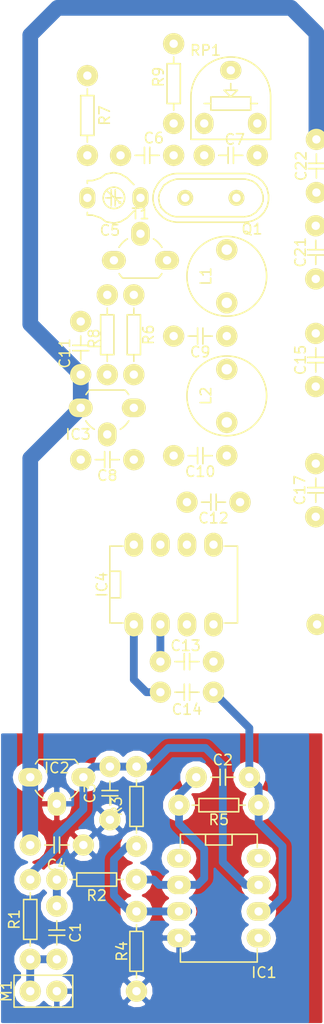
<source format=kicad_pcb>
(kicad_pcb (version 4) (host pcbnew 4.0.2-stable)

  (general
    (links 130)
    (no_connects 104)
    (area 0 0 0 0)
    (thickness 1.6)
    (drawings 4)
    (tracks 58)
    (zones 0)
    (modules 65)
    (nets 38)
  )

  (page A4)
  (layers
    (0 F.Cu signal hide)
    (31 B.Cu signal)
    (32 B.Adhes user)
    (33 F.Adhes user)
    (34 B.Paste user)
    (35 F.Paste user)
    (36 B.SilkS user)
    (37 F.SilkS user)
    (38 B.Mask user)
    (39 F.Mask user)
    (40 Dwgs.User user)
    (41 Cmts.User user)
    (42 Eco1.User user)
    (43 Eco2.User user)
    (44 Edge.Cuts user)
    (45 Margin user)
    (46 B.CrtYd user)
    (47 F.CrtYd user)
    (48 B.Fab user)
    (49 F.Fab user)
  )

  (setup
    (last_trace_width 0.75)
    (user_trace_width 0.2)
    (user_trace_width 0.4)
    (user_trace_width 1)
    (user_trace_width 1.5)
    (trace_clearance 0.2)
    (zone_clearance 0.508)
    (zone_45_only yes)
    (trace_min 0.2)
    (segment_width 0.2)
    (edge_width 0.15)
    (via_size 0.8)
    (via_drill 0.4)
    (via_min_size 0.4)
    (via_min_drill 0.3)
    (user_via 0.6 0.4)
    (uvia_size 0.3)
    (uvia_drill 0.1)
    (uvias_allowed no)
    (uvia_min_size 0.2)
    (uvia_min_drill 0.1)
    (pcb_text_width 0.3)
    (pcb_text_size 1.5 1.5)
    (mod_edge_width 0.15)
    (mod_text_size 1 1)
    (mod_text_width 0.15)
    (pad_size 2.032 2.032)
    (pad_drill 0.8)
    (pad_to_mask_clearance 0.2)
    (aux_axis_origin 0 0)
    (visible_elements FFFFFF7F)
    (pcbplotparams
      (layerselection 0x00030_80000001)
      (usegerberextensions false)
      (excludeedgelayer true)
      (linewidth 0.100000)
      (plotframeref false)
      (viasonmask false)
      (mode 1)
      (useauxorigin false)
      (hpglpennumber 1)
      (hpglpenspeed 20)
      (hpglpendiameter 15)
      (hpglpenoverlay 2)
      (psnegative false)
      (psa4output false)
      (plotreference true)
      (plotvalue true)
      (plotinvisibletext false)
      (padsonsilk false)
      (subtractmaskfromsilk false)
      (outputformat 1)
      (mirror false)
      (drillshape 1)
      (scaleselection 1)
      (outputdirectory ""))
  )

  (net 0 "")
  (net 1 "Net-(C1-Pad1)")
  (net 2 "Net-(C1-Pad2)")
  (net 3 "Net-(C2-Pad2)")
  (net 4 GND)
  (net 5 "Net-(C3-Pad2)")
  (net 6 "Net-(IC1-Pad3)")
  (net 7 "Net-(C5-Pad1)")
  (net 8 "Net-(C5-Pad2)")
  (net 9 "Net-(C6-Pad1)")
  (net 10 "Net-(C8-Pad2)")
  (net 11 "Net-(C9-Pad2)")
  (net 12 "Net-(C10-Pad2)")
  (net 13 "Net-(R8-Pad1)")
  (net 14 "Net-(R9-Pad1)")
  (net 15 "Net-(C14-Pad1)")
  (net 16 "Net-(C12-Pad1)")
  (net 17 "Net-(C13-Pad2)")
  (net 18 "Net-(C14-Pad2)")
  (net 19 "Net-(C15-Pad1)")
  (net 20 "Net-(C15-Pad2)")
  (net 21 "Net-(C16-Pad1)")
  (net 22 "Net-(C17-Pad1)")
  (net 23 "Net-(C18-Pad1)")
  (net 24 "Net-(C19-Pad1)")
  (net 25 "Net-(C19-Pad2)")
  (net 26 "Net-(C20-Pad2)")
  (net 27 "Net-(C21-Pad2)")
  (net 28 PWR)
  (net 29 "Net-(C24-Pad2)")
  (net 30 "Net-(C25-Pad2)")
  (net 31 "Net-(C29-Pad1)")
  (net 32 "Net-(IC8-Pad9)")
  (net 33 "Net-(IC8-Pad12)")
  (net 34 "Net-(IC8-Pad15)")
  (net 35 "Net-(IC8-Pad16)")
  (net 36 "Net-(IC8-Pad20)")
  (net 37 "Net-(IC8-Pad21)")

  (net_class Default "To jest domyślna klasa połączeń."
    (clearance 0.2)
    (trace_width 0.75)
    (via_dia 0.8)
    (via_drill 0.4)
    (uvia_dia 0.3)
    (uvia_drill 0.1)
    (add_net GND)
    (add_net "Net-(C1-Pad1)")
    (add_net "Net-(C1-Pad2)")
    (add_net "Net-(C10-Pad2)")
    (add_net "Net-(C12-Pad1)")
    (add_net "Net-(C13-Pad2)")
    (add_net "Net-(C14-Pad1)")
    (add_net "Net-(C14-Pad2)")
    (add_net "Net-(C15-Pad1)")
    (add_net "Net-(C15-Pad2)")
    (add_net "Net-(C16-Pad1)")
    (add_net "Net-(C17-Pad1)")
    (add_net "Net-(C18-Pad1)")
    (add_net "Net-(C19-Pad1)")
    (add_net "Net-(C19-Pad2)")
    (add_net "Net-(C2-Pad2)")
    (add_net "Net-(C20-Pad2)")
    (add_net "Net-(C21-Pad2)")
    (add_net "Net-(C24-Pad2)")
    (add_net "Net-(C25-Pad2)")
    (add_net "Net-(C29-Pad1)")
    (add_net "Net-(C3-Pad2)")
    (add_net "Net-(C5-Pad1)")
    (add_net "Net-(C5-Pad2)")
    (add_net "Net-(C6-Pad1)")
    (add_net "Net-(C8-Pad2)")
    (add_net "Net-(C9-Pad2)")
    (add_net "Net-(IC1-Pad3)")
    (add_net "Net-(IC8-Pad12)")
    (add_net "Net-(IC8-Pad15)")
    (add_net "Net-(IC8-Pad16)")
    (add_net "Net-(IC8-Pad20)")
    (add_net "Net-(IC8-Pad21)")
    (add_net "Net-(IC8-Pad9)")
    (add_net "Net-(R8-Pad1)")
    (add_net "Net-(R9-Pad1)")
    (add_net PWR)
  )

  (module Raberix:C2 (layer F.Cu) (tedit 60D8D910) (tstamp 60D9D0FC)
    (at 23.114 184.404 270)
    (descr "Diode 3 pas")
    (tags "DIODE DEV")
    (path /60D8C5E0)
    (fp_text reference C1 (at 0 -1.778 270) (layer F.SilkS)
      (effects (font (size 1 1) (thickness 0.15)))
    )
    (fp_text value 1u (at -2.032 -1.778 270) (layer F.Fab)
      (effects (font (size 1 1) (thickness 0.15)))
    )
    (fp_line (start 1.143 0) (end 0.254 0) (layer F.SilkS) (width 0.1524))
    (fp_line (start -1.143 0) (end -0.254 0) (layer F.SilkS) (width 0.1524))
    (fp_line (start 0.254 0.762) (end 0.254 -0.762) (layer F.SilkS) (width 0.1524))
    (fp_line (start -0.254 -0.762) (end -0.254 0.762) (layer F.SilkS) (width 0.1524))
    (pad 1 thru_hole circle (at 2.54 0 270) (size 2.032 2.032) (drill 0.8) (layers *.Cu *.Mask F.SilkS)
      (net 1 "Net-(C1-Pad1)"))
    (pad 2 thru_hole circle (at -2.54 0 270) (size 2.032 2.032) (drill 0.8) (layers *.Cu *.Mask F.SilkS)
      (net 2 "Net-(C1-Pad2)"))
    (model Discret.3dshapes/D3.wrl
      (at (xyz 0 0 0))
      (scale (xyz 0.3 0.3 0.3))
      (rotate (xyz 0 0 0))
    )
  )

  (module Raberix:C2 (layer F.Cu) (tedit 60D8E934) (tstamp 60D9D106)
    (at 38.989 169.545)
    (descr "Diode 3 pas")
    (tags "DIODE DEV")
    (path /60D8C697)
    (fp_text reference C2 (at 0 -1.651) (layer F.SilkS)
      (effects (font (size 1 1) (thickness 0.15)))
    )
    (fp_text value 100n (at 0.127 1.27) (layer F.Fab)
      (effects (font (size 1 1) (thickness 0.15)))
    )
    (fp_line (start 1.143 0) (end 0.254 0) (layer F.SilkS) (width 0.1524))
    (fp_line (start -1.143 0) (end -0.254 0) (layer F.SilkS) (width 0.1524))
    (fp_line (start 0.254 0.762) (end 0.254 -0.762) (layer F.SilkS) (width 0.1524))
    (fp_line (start -0.254 -0.762) (end -0.254 0.762) (layer F.SilkS) (width 0.1524))
    (pad 1 thru_hole circle (at 2.54 0) (size 2.032 2.032) (drill 0.8) (layers *.Cu *.Mask F.SilkS)
      (net 15 "Net-(C14-Pad1)"))
    (pad 2 thru_hole circle (at -2.54 0) (size 2.032 2.032) (drill 0.8) (layers *.Cu *.Mask F.SilkS)
      (net 3 "Net-(C2-Pad2)"))
    (model Discret.3dshapes/D3.wrl
      (at (xyz 0 0 0))
      (scale (xyz 0.3 0.3 0.3))
      (rotate (xyz 0 0 0))
    )
  )

  (module Raberix:C2 (layer F.Cu) (tedit 60D7B990) (tstamp 60D9D110)
    (at 28.194 171.069 270)
    (descr "Diode 3 pas")
    (tags "DIODE DEV")
    (path /60D8E66C)
    (fp_text reference C3 (at 0 1.905 270) (layer F.SilkS)
      (effects (font (size 1 1) (thickness 0.15)))
    )
    (fp_text value 100n (at 0 -1.905 270) (layer F.Fab)
      (effects (font (size 1 1) (thickness 0.15)))
    )
    (fp_line (start 1.143 0) (end 0.254 0) (layer F.SilkS) (width 0.1524))
    (fp_line (start -1.143 0) (end -0.254 0) (layer F.SilkS) (width 0.1524))
    (fp_line (start 0.254 0.762) (end 0.254 -0.762) (layer F.SilkS) (width 0.1524))
    (fp_line (start -0.254 -0.762) (end -0.254 0.762) (layer F.SilkS) (width 0.1524))
    (pad 1 thru_hole circle (at 2.54 0 270) (size 2.032 2.032) (drill 0.8) (layers *.Cu *.Mask F.SilkS)
      (net 4 GND))
    (pad 2 thru_hole circle (at -2.54 0 270) (size 2.032 2.032) (drill 0.8) (layers *.Cu *.Mask F.SilkS)
      (net 5 "Net-(C3-Pad2)"))
    (model Discret.3dshapes/D3.wrl
      (at (xyz 0 0 0))
      (scale (xyz 0.3 0.3 0.3))
      (rotate (xyz 0 0 0))
    )
  )

  (module Raberix:C2 (layer F.Cu) (tedit 60D8EBBB) (tstamp 60D9D11A)
    (at 23.114 176.022)
    (descr "Diode 3 pas")
    (tags "DIODE DEV")
    (path /60D8F1F1)
    (fp_text reference C4 (at 0 1.905) (layer F.SilkS)
      (effects (font (size 1 1) (thickness 0.15)))
    )
    (fp_text value 100n (at 0 -1.651) (layer F.Fab)
      (effects (font (size 1 1) (thickness 0.15)))
    )
    (fp_line (start 1.143 0) (end 0.254 0) (layer F.SilkS) (width 0.1524))
    (fp_line (start -1.143 0) (end -0.254 0) (layer F.SilkS) (width 0.1524))
    (fp_line (start 0.254 0.762) (end 0.254 -0.762) (layer F.SilkS) (width 0.1524))
    (fp_line (start -0.254 -0.762) (end -0.254 0.762) (layer F.SilkS) (width 0.1524))
    (pad 1 thru_hole circle (at 2.54 0) (size 2.032 2.032) (drill 0.8) (layers *.Cu *.Mask F.SilkS)
      (net 4 GND))
    (pad 2 thru_hole circle (at -2.54 0) (size 2.032 2.032) (drill 0.8) (layers *.Cu *.Mask F.SilkS)
      (net 28 PWR))
    (model Discret.3dshapes/D3.wrl
      (at (xyz 0 0 0))
      (scale (xyz 0.3 0.3 0.3))
      (rotate (xyz 0 0 0))
    )
  )

  (module Raberix:TO-92 (layer F.Cu) (tedit 60D8EBAA) (tstamp 60D9D141)
    (at 25.654 169.545 180)
    (descr "TO-92 rugged, leads molded, wide, drill 1mm (see NXP sot054_po.pdf)")
    (tags "to-92 sc-43 sc-43a sot54 PA33 transistor")
    (path /60D8DD6B)
    (fp_text reference IC2 (at 2.54 0.889 180) (layer F.SilkS)
      (effects (font (size 1 1) (thickness 0.15)))
    )
    (fp_text value 78L10 (at 2.794 2.413 180) (layer F.Fab)
      (effects (font (size 1 1) (thickness 0.15)))
    )
    (fp_arc (start 2.54 0) (end 0.49 -1.25) (angle 27.25399767) (layer F.SilkS) (width 0.15))
    (fp_arc (start 2.54 0) (end 4.59 -1.25) (angle -27.25399767) (layer F.SilkS) (width 0.15))
    (fp_arc (start 2.54 0) (end 0.84 1.7) (angle 12.99463195) (layer F.SilkS) (width 0.15))
    (fp_arc (start 2.54 0) (end 4.24 1.7) (angle -12.99463195) (layer F.SilkS) (width 0.15))
    (fp_line (start -1.75 1.95) (end -1.75 -4.3) (layer F.CrtYd) (width 0.05))
    (fp_line (start -1.75 1.95) (end 6.85 1.95) (layer F.CrtYd) (width 0.05))
    (fp_line (start 0.84 1.7) (end 4.24 1.7) (layer F.SilkS) (width 0.15))
    (fp_line (start -1.75 -4.3) (end 6.85 -4.3) (layer F.CrtYd) (width 0.05))
    (fp_line (start 6.85 1.95) (end 6.85 -4.3) (layer F.CrtYd) (width 0.05))
    (pad 2 thru_hole oval (at 2.54 -2.54 270) (size 2.286 1.778) (drill 0.8) (layers *.Cu *.Mask F.SilkS)
      (net 4 GND))
    (pad 1 thru_hole oval (at 0 0 270) (size 1.778 2.286) (drill 0.8) (layers *.Cu *.Mask F.SilkS)
      (net 5 "Net-(C3-Pad2)"))
    (pad 3 thru_hole oval (at 5.08 0 270) (size 1.778 2.286) (drill 0.8) (layers *.Cu *.Mask F.SilkS)
      (net 28 PWR))
    (model TO_SOT_Packages_THT.3dshapes/TO-92_Rugged.wrl
      (at (xyz 0.1 0 0))
      (scale (xyz 1 1 1))
      (rotate (xyz 0 0 -90))
    )
  )

  (module Raberix:Pin_1x2 (layer F.Cu) (tedit 60D8EAAC) (tstamp 60D9D14B)
    (at 20.574 189.992 90)
    (descr "Through hole pin header")
    (tags "pin header")
    (path /60D86EF5)
    (fp_text reference M1 (at 0 -2.286 90) (layer F.SilkS)
      (effects (font (size 1 1) (thickness 0.15)))
    )
    (fp_text value Mic (at 0.127 4.953 90) (layer F.Fab)
      (effects (font (size 1 1) (thickness 0.15)))
    )
    (fp_line (start 1.524 -1.55) (end 1.524 4.064) (layer F.SilkS) (width 0.15))
    (fp_line (start 1.524 4.064) (end -1.524 4.064) (layer F.SilkS) (width 0.15))
    (fp_line (start -1.524 4.064) (end -1.524 -1.55) (layer F.SilkS) (width 0.15))
    (fp_line (start 1.524 -1.55) (end -1.524 -1.55) (layer F.SilkS) (width 0.15))
    (pad 1 thru_hole circle (at 0 0 90) (size 2.032 2.032) (drill 0.8) (layers *.Cu *.Mask F.SilkS)
      (net 1 "Net-(C1-Pad1)"))
    (pad 2 thru_hole oval (at 0 2.54 90) (size 2.032 2.032) (drill 0.8) (layers *.Cu *.Mask F.SilkS)
      (net 4 GND))
    (model Pin_Headers.3dshapes/Pin_Header_Straight_1x06.wrl
      (at (xyz 0 -0.25 0))
      (scale (xyz 1 1 1))
      (rotate (xyz 0 0 90))
    )
  )

  (module Raberix:R3 (layer F.Cu) (tedit 60D8D914) (tstamp 60D9D157)
    (at 20.574 183.134 270)
    (descr "Diode 3 pas")
    (tags "DIODE DEV")
    (path /60D8A8E1)
    (fp_text reference R1 (at 0 1.524 270) (layer F.SilkS)
      (effects (font (size 1 1) (thickness 0.15)))
    )
    (fp_text value 47k (at -2.54 1.905 270) (layer F.Fab)
      (effects (font (size 1 1) (thickness 0.15)))
    )
    (fp_line (start 2.54 0) (end 1.905 0) (layer F.SilkS) (width 0.1524))
    (fp_line (start -2.54 0) (end -1.905 0) (layer F.SilkS) (width 0.1524))
    (fp_line (start -1.905 -0.635) (end -1.905 0.635) (layer F.SilkS) (width 0.1524))
    (fp_line (start -1.905 0.635) (end 1.905 0.635) (layer F.SilkS) (width 0.1524))
    (fp_line (start 1.905 0.635) (end 1.905 -0.635) (layer F.SilkS) (width 0.1524))
    (fp_line (start 1.905 -0.635) (end -1.905 -0.635) (layer F.SilkS) (width 0.1524))
    (pad 1 thru_hole circle (at 3.81 0 270) (size 2.032 2.032) (drill 0.8) (layers *.Cu *.Mask F.SilkS)
      (net 1 "Net-(C1-Pad1)"))
    (pad 2 thru_hole circle (at -3.81 0 270) (size 2.032 2.032) (drill 0.8) (layers *.Cu *.Mask F.SilkS)
      (net 5 "Net-(C3-Pad2)"))
    (model Discret.3dshapes/D3.wrl
      (at (xyz 0 0 0))
      (scale (xyz 0.3 0.3 0.3))
      (rotate (xyz 0 0 0))
    )
  )

  (module Raberix:R3 (layer F.Cu) (tedit 60D8EA7E) (tstamp 60D9D163)
    (at 26.924 179.324 180)
    (descr "Diode 3 pas")
    (tags "DIODE DEV")
    (path /60D8A96D)
    (fp_text reference R2 (at 0 -1.524 180) (layer F.SilkS)
      (effects (font (size 1 1) (thickness 0.15)))
    )
    (fp_text value 2k2 (at 0 1.397 180) (layer F.Fab)
      (effects (font (size 1 1) (thickness 0.15)))
    )
    (fp_line (start 2.54 0) (end 1.905 0) (layer F.SilkS) (width 0.1524))
    (fp_line (start -2.54 0) (end -1.905 0) (layer F.SilkS) (width 0.1524))
    (fp_line (start -1.905 -0.635) (end -1.905 0.635) (layer F.SilkS) (width 0.1524))
    (fp_line (start -1.905 0.635) (end 1.905 0.635) (layer F.SilkS) (width 0.1524))
    (fp_line (start 1.905 0.635) (end 1.905 -0.635) (layer F.SilkS) (width 0.1524))
    (fp_line (start 1.905 -0.635) (end -1.905 -0.635) (layer F.SilkS) (width 0.1524))
    (pad 1 thru_hole circle (at 3.81 0 180) (size 2.032 2.032) (drill 0.8) (layers *.Cu *.Mask F.SilkS)
      (net 2 "Net-(C1-Pad2)"))
    (pad 2 thru_hole circle (at -3.81 0 180) (size 2.032 2.032) (drill 0.8) (layers *.Cu *.Mask F.SilkS)
      (net 3 "Net-(C2-Pad2)"))
    (model Discret.3dshapes/D3.wrl
      (at (xyz 0 0 0))
      (scale (xyz 0.3 0.3 0.3))
      (rotate (xyz 0 0 0))
    )
  )

  (module Raberix:R3 (layer F.Cu) (tedit 60D66DF5) (tstamp 60D9D16F)
    (at 30.734 172.339 270)
    (descr "Diode 3 pas")
    (tags "DIODE DEV")
    (path /60D8B1DB)
    (fp_text reference R3 (at 0 1.905 270) (layer F.SilkS)
      (effects (font (size 1 1) (thickness 0.15)))
    )
    (fp_text value 10k (at 0 -1.905 270) (layer F.Fab)
      (effects (font (size 1 1) (thickness 0.15)))
    )
    (fp_line (start 2.54 0) (end 1.905 0) (layer F.SilkS) (width 0.1524))
    (fp_line (start -2.54 0) (end -1.905 0) (layer F.SilkS) (width 0.1524))
    (fp_line (start -1.905 -0.635) (end -1.905 0.635) (layer F.SilkS) (width 0.1524))
    (fp_line (start -1.905 0.635) (end 1.905 0.635) (layer F.SilkS) (width 0.1524))
    (fp_line (start 1.905 0.635) (end 1.905 -0.635) (layer F.SilkS) (width 0.1524))
    (fp_line (start 1.905 -0.635) (end -1.905 -0.635) (layer F.SilkS) (width 0.1524))
    (pad 1 thru_hole circle (at 3.81 0 270) (size 2.032 2.032) (drill 0.8) (layers *.Cu *.Mask F.SilkS)
      (net 6 "Net-(IC1-Pad3)"))
    (pad 2 thru_hole circle (at -3.81 0 270) (size 2.032 2.032) (drill 0.8) (layers *.Cu *.Mask F.SilkS)
      (net 5 "Net-(C3-Pad2)"))
    (model Discret.3dshapes/D3.wrl
      (at (xyz 0 0 0))
      (scale (xyz 0.3 0.3 0.3))
      (rotate (xyz 0 0 0))
    )
  )

  (module Raberix:R3 (layer F.Cu) (tedit 60D8EA78) (tstamp 60D9D17B)
    (at 30.734 186.182 270)
    (descr "Diode 3 pas")
    (tags "DIODE DEV")
    (path /60D8AB39)
    (fp_text reference R4 (at 0 1.397 270) (layer F.SilkS)
      (effects (font (size 1 1) (thickness 0.15)))
    )
    (fp_text value 10k (at 0 -1.905 270) (layer F.Fab)
      (effects (font (size 1 1) (thickness 0.15)))
    )
    (fp_line (start 2.54 0) (end 1.905 0) (layer F.SilkS) (width 0.1524))
    (fp_line (start -2.54 0) (end -1.905 0) (layer F.SilkS) (width 0.1524))
    (fp_line (start -1.905 -0.635) (end -1.905 0.635) (layer F.SilkS) (width 0.1524))
    (fp_line (start -1.905 0.635) (end 1.905 0.635) (layer F.SilkS) (width 0.1524))
    (fp_line (start 1.905 0.635) (end 1.905 -0.635) (layer F.SilkS) (width 0.1524))
    (fp_line (start 1.905 -0.635) (end -1.905 -0.635) (layer F.SilkS) (width 0.1524))
    (pad 1 thru_hole circle (at 3.81 0 270) (size 2.032 2.032) (drill 0.8) (layers *.Cu *.Mask F.SilkS)
      (net 4 GND))
    (pad 2 thru_hole circle (at -3.81 0 270) (size 2.032 2.032) (drill 0.8) (layers *.Cu *.Mask F.SilkS)
      (net 6 "Net-(IC1-Pad3)"))
    (model Discret.3dshapes/D3.wrl
      (at (xyz 0 0 0))
      (scale (xyz 0.3 0.3 0.3))
      (rotate (xyz 0 0 0))
    )
  )

  (module Raberix:R3 (layer F.Cu) (tedit 60D8E930) (tstamp 60D9D187)
    (at 38.608 172.212 180)
    (descr "Diode 3 pas")
    (tags "DIODE DEV")
    (path /60D8B8F7)
    (fp_text reference R5 (at 0 -1.397 180) (layer F.SilkS)
      (effects (font (size 1 1) (thickness 0.15)))
    )
    (fp_text value 220k (at 0 0 180) (layer F.Fab)
      (effects (font (size 1 1) (thickness 0.15)))
    )
    (fp_line (start 2.54 0) (end 1.905 0) (layer F.SilkS) (width 0.1524))
    (fp_line (start -2.54 0) (end -1.905 0) (layer F.SilkS) (width 0.1524))
    (fp_line (start -1.905 -0.635) (end -1.905 0.635) (layer F.SilkS) (width 0.1524))
    (fp_line (start -1.905 0.635) (end 1.905 0.635) (layer F.SilkS) (width 0.1524))
    (fp_line (start 1.905 0.635) (end 1.905 -0.635) (layer F.SilkS) (width 0.1524))
    (fp_line (start 1.905 -0.635) (end -1.905 -0.635) (layer F.SilkS) (width 0.1524))
    (pad 1 thru_hole circle (at 3.81 0 180) (size 2.032 2.032) (drill 0.8) (layers *.Cu *.Mask F.SilkS)
      (net 3 "Net-(C2-Pad2)"))
    (pad 2 thru_hole circle (at -3.81 0 180) (size 2.032 2.032) (drill 0.8) (layers *.Cu *.Mask F.SilkS)
      (net 15 "Net-(C14-Pad1)"))
    (model Discret.3dshapes/D3.wrl
      (at (xyz 0 0 0))
      (scale (xyz 0.3 0.3 0.3))
      (rotate (xyz 0 0 0))
    )
  )

  (module Raberix:DIP-8 (layer F.Cu) (tedit 60D8E8EB) (tstamp 60D9D7F1)
    (at 34.798 177.292)
    (descr "28-lead dip package, row spacing 7.62 mm (300 mils), longer pads")
    (tags "dil dip 2.54 300")
    (path /60D89E6E)
    (fp_text reference IC1 (at 8.128 10.922) (layer F.SilkS)
      (effects (font (size 1 1) (thickness 0.15)))
    )
    (fp_text value NE5534 (at 3.937 3.937 90) (layer F.Fab)
      (effects (font (size 1 1) (thickness 0.15)))
    )
    (fp_line (start 2.54 -2.295) (end 2.54 -1.27) (layer F.SilkS) (width 0.1524))
    (fp_line (start 2.54 -1.27) (end 5.08 -1.27) (layer F.SilkS) (width 0.1524))
    (fp_line (start 5.08 -1.27) (end 5.08 -2.295) (layer F.SilkS) (width 0.1524))
    (fp_line (start -1.4 -2.45) (end -1.4 10.1) (layer F.CrtYd) (width 0.05))
    (fp_line (start 9 -2.45) (end 9 10.1) (layer F.CrtYd) (width 0.05))
    (fp_line (start -1.4 -2.45) (end 9 -2.45) (layer F.CrtYd) (width 0.05))
    (fp_line (start -1.4 10.1) (end 9 10.1) (layer F.CrtYd) (width 0.05))
    (fp_line (start 0.135 -2.295) (end 0.135 -1.025) (layer F.SilkS) (width 0.15))
    (fp_line (start 7.485 -2.295) (end 7.485 -1.025) (layer F.SilkS) (width 0.15))
    (fp_line (start 7.485 9.915) (end 7.485 8.645) (layer F.SilkS) (width 0.15))
    (fp_line (start 0.135 9.915) (end 0.135 8.645) (layer F.SilkS) (width 0.15))
    (fp_line (start 0.135 -2.295) (end 7.485 -2.295) (layer F.SilkS) (width 0.15))
    (fp_line (start 0.135 9.915) (end 7.485 9.915) (layer F.SilkS) (width 0.15))
    (pad 1 thru_hole oval (at 0 0) (size 2.286 1.778) (drill 0.8) (layers *.Cu *.Mask F.SilkS))
    (pad 2 thru_hole oval (at 0 2.54) (size 2.286 1.778) (drill 0.8) (layers *.Cu *.Mask F.SilkS)
      (net 3 "Net-(C2-Pad2)"))
    (pad 3 thru_hole oval (at 0 5.08) (size 2.286 1.778) (drill 0.8) (layers *.Cu *.Mask F.SilkS)
      (net 6 "Net-(IC1-Pad3)"))
    (pad 4 thru_hole oval (at 0 7.62) (size 2.286 1.778) (drill 0.8) (layers *.Cu *.Mask F.SilkS)
      (net 4 GND))
    (pad 5 thru_hole oval (at 7.62 7.62) (size 2.286 1.778) (drill 0.8) (layers *.Cu *.Mask F.SilkS))
    (pad 6 thru_hole oval (at 7.62 5.08) (size 2.286 1.778) (drill 0.8) (layers *.Cu *.Mask F.SilkS)
      (net 15 "Net-(C14-Pad1)"))
    (pad 7 thru_hole oval (at 7.62 2.54) (size 2.286 1.778) (drill 0.8) (layers *.Cu *.Mask F.SilkS)
      (net 5 "Net-(C3-Pad2)"))
    (pad 8 thru_hole oval (at 7.62 0) (size 2.286 1.778) (drill 0.8) (layers *.Cu *.Mask F.SilkS))
    (model Housings_DIP.3dshapes/DIP-28_W7.62mm_LongPads.wrl
      (at (xyz 0 0 0))
      (scale (xyz 1 1 1))
      (rotate (xyz 0 0 0))
    )
  )

  (module Raberix:C2Trim (layer F.Cu) (tedit 60DB4025) (tstamp 60DA1E95)
    (at 31.115 114.173 270)
    (descr "Through hole pin header")
    (tags "pin header")
    (path /60D98E59)
    (fp_text reference C5 (at 3.1115 2.921 360) (layer F.SilkS)
      (effects (font (size 1 1) (thickness 0.15)))
    )
    (fp_text value 6-22p (at -1.8415 2.921 540) (layer F.Fab)
      (effects (font (size 1 1) (thickness 0.15)))
    )
    (fp_circle (center 0 2.54) (end 0.889 2.032) (layer F.SilkS) (width 0.1524))
    (fp_line (start -0.635 3.175) (end 0.508 1.905) (layer F.SilkS) (width 0.1524))
    (fp_line (start 0.762 2.413) (end -0.762 2.413) (layer F.SilkS) (width 0.1524))
    (fp_line (start 0.381 1.905) (end 0.508 1.905) (layer F.SilkS) (width 0.1524))
    (fp_line (start 0.508 2.032) (end 0.508 1.905) (layer F.SilkS) (width 0.1524))
    (fp_line (start 0 2.794) (end 0 3.302) (layer F.SilkS) (width 0.1524))
    (fp_line (start 0 2.286) (end 0 1.778) (layer F.SilkS) (width 0.1524))
    (fp_line (start 0.762 2.794) (end -0.762 2.794) (layer F.SilkS) (width 0.1524))
    (fp_line (start 1.651 4.572) (end 1.651 5.08) (layer F.SilkS) (width 0.1524))
    (fp_line (start 1.651 5.08) (end 1.397 5.08) (layer F.SilkS) (width 0.1524))
    (fp_line (start -1.651 4.572) (end -1.651 5.08) (layer F.SilkS) (width 0.1524))
    (fp_line (start -1.651 5.08) (end -1.397 5.08) (layer F.SilkS) (width 0.1524))
    (fp_line (start -2.413 2.54) (end -2.286 3.302) (layer F.SilkS) (width 0.1524))
    (fp_line (start -2.413 2.54) (end -2.286 1.905) (layer F.SilkS) (width 0.1524))
    (fp_line (start 2.413 2.54) (end 2.286 3.302) (layer F.SilkS) (width 0.1524))
    (fp_line (start 2.413 2.54) (end 2.286 1.905) (layer F.SilkS) (width 0.1524))
    (fp_line (start -1.905 3.81) (end -1.651 4.572) (layer F.SilkS) (width 0.1524))
    (fp_line (start 1.905 3.81) (end 1.651 4.572) (layer F.SilkS) (width 0.1524))
    (fp_line (start 2.286 3.302) (end 1.905 3.81) (layer F.SilkS) (width 0.1524))
    (fp_line (start -2.286 3.302) (end -1.905 3.81) (layer F.SilkS) (width 0.1524))
    (fp_line (start -1.905 1.27) (end -2.286 1.905) (layer F.SilkS) (width 0.1524))
    (fp_line (start 1.905 1.27) (end 2.286 1.905) (layer F.SilkS) (width 0.1524))
    (fp_line (start -1.27 0.635) (end -1.905 1.27) (layer F.SilkS) (width 0.1524))
    (fp_line (start 1.905 1.27) (end 1.27 0.635) (layer F.SilkS) (width 0.1524))
    (pad 1 thru_hole oval (at 0 0 270) (size 2.032 1.524) (drill 0.8) (layers *.Cu *.Mask F.SilkS)
      (net 7 "Net-(C5-Pad1)"))
    (pad 2 thru_hole oval (at 0 5.08 270) (size 2.032 1.524) (drill 0.8) (layers *.Cu *.Mask F.SilkS)
      (net 8 "Net-(C5-Pad2)"))
    (model Pin_Headers.3dshapes/Pin_Header_Straight_1x06.wrl
      (at (xyz 0 -0.25 0))
      (scale (xyz 1 1 1))
      (rotate (xyz 0 0 90))
    )
  )

  (module Raberix:C2 (layer F.Cu) (tedit 60D97224) (tstamp 60DA1E9F)
    (at 31.75 110.109)
    (descr "Diode 3 pas")
    (tags "DIODE DEV")
    (path /60D96D8C)
    (fp_text reference C6 (at 0.635 -1.651) (layer F.SilkS)
      (effects (font (size 1 1) (thickness 0.15)))
    )
    (fp_text value 220p (at -2.286 -1.905) (layer F.Fab)
      (effects (font (size 1 1) (thickness 0.15)))
    )
    (fp_line (start 1.143 0) (end 0.254 0) (layer F.SilkS) (width 0.1524))
    (fp_line (start -1.143 0) (end -0.254 0) (layer F.SilkS) (width 0.1524))
    (fp_line (start 0.254 0.762) (end 0.254 -0.762) (layer F.SilkS) (width 0.1524))
    (fp_line (start -0.254 -0.762) (end -0.254 0.762) (layer F.SilkS) (width 0.1524))
    (pad 1 thru_hole circle (at 2.54 0) (size 2.032 2.032) (drill 0.8) (layers *.Cu *.Mask F.SilkS)
      (net 9 "Net-(C6-Pad1)"))
    (pad 2 thru_hole circle (at -2.54 0) (size 2.032 2.032) (drill 0.8) (layers *.Cu *.Mask F.SilkS)
      (net 8 "Net-(C5-Pad2)"))
    (model Discret.3dshapes/D3.wrl
      (at (xyz 0 0 0))
      (scale (xyz 0.3 0.3 0.3))
      (rotate (xyz 0 0 0))
    )
  )

  (module Raberix:C2 (layer F.Cu) (tedit 60D9A916) (tstamp 60DA1EA9)
    (at 39.751 110.109)
    (descr "Diode 3 pas")
    (tags "DIODE DEV")
    (path /60D970F8)
    (fp_text reference C7 (at 0.381 -1.524) (layer F.SilkS)
      (effects (font (size 1 1) (thickness 0.15)))
    )
    (fp_text value 220p (at -0.0635 1.5875) (layer F.Fab)
      (effects (font (size 1 1) (thickness 0.15)))
    )
    (fp_line (start 1.143 0) (end 0.254 0) (layer F.SilkS) (width 0.1524))
    (fp_line (start -1.143 0) (end -0.254 0) (layer F.SilkS) (width 0.1524))
    (fp_line (start 0.254 0.762) (end 0.254 -0.762) (layer F.SilkS) (width 0.1524))
    (fp_line (start -0.254 -0.762) (end -0.254 0.762) (layer F.SilkS) (width 0.1524))
    (pad 1 thru_hole circle (at 2.54 0) (size 2.032 2.032) (drill 0.8) (layers *.Cu *.Mask F.SilkS)
      (net 4 GND))
    (pad 2 thru_hole circle (at -2.54 0) (size 2.032 2.032) (drill 0.8) (layers *.Cu *.Mask F.SilkS)
      (net 9 "Net-(C6-Pad1)"))
    (model Discret.3dshapes/D3.wrl
      (at (xyz 0 0 0))
      (scale (xyz 0.3 0.3 0.3))
      (rotate (xyz 0 0 0))
    )
  )

  (module Raberix:Inductor (layer F.Cu) (tedit 60D66FBA) (tstamp 60DA1EE8)
    (at 39.37 121.666 270)
    (descr "Inductor (vertical)")
    (tags INDUCTOR)
    (path /60D9DF3A)
    (fp_text reference L1 (at 0 1.99898 270) (layer F.SilkS)
      (effects (font (size 1 1) (thickness 0.15)))
    )
    (fp_text value 47u (at 0 -1.778 270) (layer F.Fab)
      (effects (font (size 1 1) (thickness 0.15)))
    )
    (fp_circle (center 0 0) (end 3.81 0) (layer F.SilkS) (width 0.15))
    (pad 1 thru_hole circle (at -2.54 0 270) (size 2.032 2.032) (drill 1) (layers *.Cu *.Mask F.SilkS)
      (net 9 "Net-(C6-Pad1)"))
    (pad 2 thru_hole circle (at 2.54 0 270) (size 2.032 2.032) (drill 1) (layers *.Cu *.Mask F.SilkS)
      (net 11 "Net-(C9-Pad2)"))
    (model Inductors.3dshapes/INDUCTOR_V.wrl
      (at (xyz 0 0 0))
      (scale (xyz 2 2 2))
      (rotate (xyz 0 0 0))
    )
  )

  (module Raberix:Inductor (layer F.Cu) (tedit 60D66FBA) (tstamp 60DA1EEF)
    (at 39.37 133.096 270)
    (descr "Inductor (vertical)")
    (tags INDUCTOR)
    (path /60D9E4C6)
    (fp_text reference L2 (at 0 1.99898 270) (layer F.SilkS)
      (effects (font (size 1 1) (thickness 0.15)))
    )
    (fp_text value 47u (at 0 -1.778 270) (layer F.Fab)
      (effects (font (size 1 1) (thickness 0.15)))
    )
    (fp_circle (center 0 0) (end 3.81 0) (layer F.SilkS) (width 0.15))
    (pad 1 thru_hole circle (at -2.54 0 270) (size 2.032 2.032) (drill 1) (layers *.Cu *.Mask F.SilkS)
      (net 11 "Net-(C9-Pad2)"))
    (pad 2 thru_hole circle (at 2.54 0 270) (size 2.032 2.032) (drill 1) (layers *.Cu *.Mask F.SilkS)
      (net 12 "Net-(C10-Pad2)"))
    (model Inductors.3dshapes/INDUCTOR_V.wrl
      (at (xyz 0 0 0))
      (scale (xyz 2 2 2))
      (rotate (xyz 0 0 0))
    )
  )

  (module Raberix:HC49-U (layer F.Cu) (tedit 60D9A91B) (tstamp 60DA1F28)
    (at 37.846 114.173 180)
    (descr "Crystal, Quarz, HC49/U, vertical, stehend,")
    (tags "Crystal, Quarz, HC49/U, vertical, stehend,")
    (path /60D9A85A)
    (fp_text reference Q1 (at -3.937 -2.9845 180) (layer F.SilkS)
      (effects (font (size 1 1) (thickness 0.15)))
    )
    (fp_text value "6 MHz" (at 1.3335 -2.3495 180) (layer F.Fab)
      (effects (font (size 1 1) (thickness 0.15)))
    )
    (fp_line (start 4.699 -1.00076) (end 4.89966 -0.59944) (layer F.SilkS) (width 0.15))
    (fp_line (start 4.89966 -0.59944) (end 5.00126 0) (layer F.SilkS) (width 0.15))
    (fp_line (start 5.00126 0) (end 4.89966 0.50038) (layer F.SilkS) (width 0.15))
    (fp_line (start 4.89966 0.50038) (end 4.50088 1.19888) (layer F.SilkS) (width 0.15))
    (fp_line (start 4.50088 1.19888) (end 3.8989 1.6002) (layer F.SilkS) (width 0.15))
    (fp_line (start 3.8989 1.6002) (end 3.29946 1.80086) (layer F.SilkS) (width 0.15))
    (fp_line (start 3.29946 1.80086) (end -3.29946 1.80086) (layer F.SilkS) (width 0.15))
    (fp_line (start -3.29946 1.80086) (end -4.0005 1.6002) (layer F.SilkS) (width 0.15))
    (fp_line (start -4.0005 1.6002) (end -4.39928 1.30048) (layer F.SilkS) (width 0.15))
    (fp_line (start -4.39928 1.30048) (end -4.8006 0.8001) (layer F.SilkS) (width 0.15))
    (fp_line (start -4.8006 0.8001) (end -5.00126 0.20066) (layer F.SilkS) (width 0.15))
    (fp_line (start -5.00126 0.20066) (end -5.00126 -0.29972) (layer F.SilkS) (width 0.15))
    (fp_line (start -5.00126 -0.29972) (end -4.8006 -0.8001) (layer F.SilkS) (width 0.15))
    (fp_line (start -4.8006 -0.8001) (end -4.30022 -1.39954) (layer F.SilkS) (width 0.15))
    (fp_line (start -4.30022 -1.39954) (end -3.79984 -1.69926) (layer F.SilkS) (width 0.15))
    (fp_line (start -3.79984 -1.69926) (end -3.29946 -1.80086) (layer F.SilkS) (width 0.15))
    (fp_line (start -3.2004 -1.80086) (end 3.40106 -1.80086) (layer F.SilkS) (width 0.15))
    (fp_line (start 3.40106 -1.80086) (end 3.79984 -1.69926) (layer F.SilkS) (width 0.15))
    (fp_line (start 3.79984 -1.69926) (end 4.30022 -1.39954) (layer F.SilkS) (width 0.15))
    (fp_line (start 4.30022 -1.39954) (end 4.8006 -0.89916) (layer F.SilkS) (width 0.15))
    (fp_line (start -3.19024 -2.32918) (end -3.64998 -2.28092) (layer F.SilkS) (width 0.15))
    (fp_line (start -3.64998 -2.28092) (end -4.04876 -2.16916) (layer F.SilkS) (width 0.15))
    (fp_line (start -4.04876 -2.16916) (end -4.48056 -1.95072) (layer F.SilkS) (width 0.15))
    (fp_line (start -4.48056 -1.95072) (end -4.77012 -1.71958) (layer F.SilkS) (width 0.15))
    (fp_line (start -4.77012 -1.71958) (end -5.10032 -1.36906) (layer F.SilkS) (width 0.15))
    (fp_line (start -5.10032 -1.36906) (end -5.38988 -0.83058) (layer F.SilkS) (width 0.15))
    (fp_line (start -5.38988 -0.83058) (end -5.51942 -0.23114) (layer F.SilkS) (width 0.15))
    (fp_line (start -5.51942 -0.23114) (end -5.51942 0.2794) (layer F.SilkS) (width 0.15))
    (fp_line (start -5.51942 0.2794) (end -5.34924 0.98044) (layer F.SilkS) (width 0.15))
    (fp_line (start -5.34924 0.98044) (end -4.95046 1.56972) (layer F.SilkS) (width 0.15))
    (fp_line (start -4.95046 1.56972) (end -4.49072 1.94056) (layer F.SilkS) (width 0.15))
    (fp_line (start -4.49072 1.94056) (end -4.06908 2.14884) (layer F.SilkS) (width 0.15))
    (fp_line (start -4.06908 2.14884) (end -3.6195 2.30886) (layer F.SilkS) (width 0.15))
    (fp_line (start -3.6195 2.30886) (end -3.18008 2.33934) (layer F.SilkS) (width 0.15))
    (fp_line (start 4.16052 2.1209) (end 4.53898 1.89992) (layer F.SilkS) (width 0.15))
    (fp_line (start 4.53898 1.89992) (end 4.85902 1.62052) (layer F.SilkS) (width 0.15))
    (fp_line (start 4.85902 1.62052) (end 5.11048 1.29032) (layer F.SilkS) (width 0.15))
    (fp_line (start 5.11048 1.29032) (end 5.4102 0.73914) (layer F.SilkS) (width 0.15))
    (fp_line (start 5.4102 0.73914) (end 5.51942 0.26924) (layer F.SilkS) (width 0.15))
    (fp_line (start 5.51942 0.26924) (end 5.53974 -0.1905) (layer F.SilkS) (width 0.15))
    (fp_line (start 5.53974 -0.1905) (end 5.45084 -0.65024) (layer F.SilkS) (width 0.15))
    (fp_line (start 5.45084 -0.65024) (end 5.26034 -1.09982) (layer F.SilkS) (width 0.15))
    (fp_line (start 5.26034 -1.09982) (end 4.89966 -1.56972) (layer F.SilkS) (width 0.15))
    (fp_line (start 4.89966 -1.56972) (end 4.54914 -1.88976) (layer F.SilkS) (width 0.15))
    (fp_line (start 4.54914 -1.88976) (end 4.16052 -2.1209) (layer F.SilkS) (width 0.15))
    (fp_line (start 4.16052 -2.1209) (end 3.73126 -2.2606) (layer F.SilkS) (width 0.15))
    (fp_line (start 3.73126 -2.2606) (end 3.2893 -2.32918) (layer F.SilkS) (width 0.15))
    (fp_line (start -3.2004 2.32918) (end 3.2512 2.32918) (layer F.SilkS) (width 0.15))
    (fp_line (start 3.2512 2.32918) (end 3.6703 2.29108) (layer F.SilkS) (width 0.15))
    (fp_line (start 3.6703 2.29108) (end 4.16052 2.1209) (layer F.SilkS) (width 0.15))
    (fp_line (start -3.2004 -2.32918) (end 3.2512 -2.32918) (layer F.SilkS) (width 0.15))
    (pad 1 thru_hole circle (at -2.45 0 180) (size 1.524 1.524) (drill 0.8) (layers *.Cu *.Mask F.SilkS)
      (net 4 GND))
    (pad 2 thru_hole circle (at 2.45 0 180) (size 1.524 1.524) (drill 0.8) (layers *.Cu *.Mask F.SilkS)
      (net 7 "Net-(C5-Pad1)"))
  )

  (module Raberix:R3 (layer F.Cu) (tedit 60D9AE32) (tstamp 60DA1F34)
    (at 30.48 127.254 90)
    (descr "Diode 3 pas")
    (tags "DIODE DEV")
    (path /60DAA2FD)
    (fp_text reference R6 (at 0 1.397 90) (layer F.SilkS)
      (effects (font (size 1 1) (thickness 0.15)))
    )
    (fp_text value 100k (at 0.127 0 90) (layer F.Fab)
      (effects (font (size 1 1) (thickness 0.15)))
    )
    (fp_line (start 2.54 0) (end 1.905 0) (layer F.SilkS) (width 0.1524))
    (fp_line (start -2.54 0) (end -1.905 0) (layer F.SilkS) (width 0.1524))
    (fp_line (start -1.905 -0.635) (end -1.905 0.635) (layer F.SilkS) (width 0.1524))
    (fp_line (start -1.905 0.635) (end 1.905 0.635) (layer F.SilkS) (width 0.1524))
    (fp_line (start 1.905 0.635) (end 1.905 -0.635) (layer F.SilkS) (width 0.1524))
    (fp_line (start 1.905 -0.635) (end -1.905 -0.635) (layer F.SilkS) (width 0.1524))
    (pad 1 thru_hole circle (at 3.81 0 90) (size 2.032 2.032) (drill 0.8) (layers *.Cu *.Mask F.SilkS)
      (net 8 "Net-(C5-Pad2)"))
    (pad 2 thru_hole circle (at -3.81 0 90) (size 2.032 2.032) (drill 0.8) (layers *.Cu *.Mask F.SilkS)
      (net 10 "Net-(C8-Pad2)"))
    (model Discret.3dshapes/D3.wrl
      (at (xyz 0 0 0))
      (scale (xyz 0.3 0.3 0.3))
      (rotate (xyz 0 0 0))
    )
  )

  (module Raberix:R3 (layer F.Cu) (tedit 60D9AB4B) (tstamp 60DA1F40)
    (at 26.035 106.299 90)
    (descr "Diode 3 pas")
    (tags "DIODE DEV")
    (path /60DA8FA3)
    (fp_text reference R7 (at 0 1.651 90) (layer F.SilkS)
      (effects (font (size 1 1) (thickness 0.15)))
    )
    (fp_text value 680k (at 2.667 1.905 90) (layer F.Fab)
      (effects (font (size 1 1) (thickness 0.15)))
    )
    (fp_line (start 2.54 0) (end 1.905 0) (layer F.SilkS) (width 0.1524))
    (fp_line (start -2.54 0) (end -1.905 0) (layer F.SilkS) (width 0.1524))
    (fp_line (start -1.905 -0.635) (end -1.905 0.635) (layer F.SilkS) (width 0.1524))
    (fp_line (start -1.905 0.635) (end 1.905 0.635) (layer F.SilkS) (width 0.1524))
    (fp_line (start 1.905 0.635) (end 1.905 -0.635) (layer F.SilkS) (width 0.1524))
    (fp_line (start 1.905 -0.635) (end -1.905 -0.635) (layer F.SilkS) (width 0.1524))
    (pad 1 thru_hole circle (at 3.81 0 90) (size 2.032 2.032) (drill 0.8) (layers *.Cu *.Mask F.SilkS)
      (net 4 GND))
    (pad 2 thru_hole circle (at -3.81 0 90) (size 2.032 2.032) (drill 0.8) (layers *.Cu *.Mask F.SilkS)
      (net 8 "Net-(C5-Pad2)"))
    (model Discret.3dshapes/D3.wrl
      (at (xyz 0 0 0))
      (scale (xyz 0.3 0.3 0.3))
      (rotate (xyz 0 0 0))
    )
  )

  (module Raberix:R3 (layer F.Cu) (tedit 60DB452C) (tstamp 60DA1F4C)
    (at 27.94 127.254 90)
    (descr "Diode 3 pas")
    (tags "DIODE DEV")
    (path /60DA465E)
    (fp_text reference R8 (at -0.381 -1.27 90) (layer F.SilkS)
      (effects (font (size 1 1) (thickness 0.15)))
    )
    (fp_text value 100 (at 0 0 90) (layer F.Fab)
      (effects (font (size 1 1) (thickness 0.15)))
    )
    (fp_line (start 2.54 0) (end 1.905 0) (layer F.SilkS) (width 0.1524))
    (fp_line (start -2.54 0) (end -1.905 0) (layer F.SilkS) (width 0.1524))
    (fp_line (start -1.905 -0.635) (end -1.905 0.635) (layer F.SilkS) (width 0.1524))
    (fp_line (start -1.905 0.635) (end 1.905 0.635) (layer F.SilkS) (width 0.1524))
    (fp_line (start 1.905 0.635) (end 1.905 -0.635) (layer F.SilkS) (width 0.1524))
    (fp_line (start 1.905 -0.635) (end -1.905 -0.635) (layer F.SilkS) (width 0.1524))
    (pad 1 thru_hole circle (at 3.81 0 90) (size 2.032 2.032) (drill 0.8) (layers *.Cu *.Mask F.SilkS)
      (net 13 "Net-(R8-Pad1)"))
    (pad 2 thru_hole circle (at -3.81 0 90) (size 2.032 2.032) (drill 0.8) (layers *.Cu *.Mask F.SilkS)
      (net 10 "Net-(C8-Pad2)"))
    (model Discret.3dshapes/D3.wrl
      (at (xyz 0 0 0))
      (scale (xyz 0.3 0.3 0.3))
      (rotate (xyz 0 0 0))
    )
  )

  (module Raberix:R3 (layer F.Cu) (tedit 60D9A974) (tstamp 60DA1F58)
    (at 34.29 103.251 90)
    (descr "Diode 3 pas")
    (tags "DIODE DEV")
    (path /60DA1DAF)
    (fp_text reference R9 (at 0.635 -1.4605 90) (layer F.SilkS)
      (effects (font (size 1 1) (thickness 0.15)))
    )
    (fp_text value 1k (at 0.508 1.4605 90) (layer F.Fab)
      (effects (font (size 1 1) (thickness 0.15)))
    )
    (fp_line (start 2.54 0) (end 1.905 0) (layer F.SilkS) (width 0.1524))
    (fp_line (start -2.54 0) (end -1.905 0) (layer F.SilkS) (width 0.1524))
    (fp_line (start -1.905 -0.635) (end -1.905 0.635) (layer F.SilkS) (width 0.1524))
    (fp_line (start -1.905 0.635) (end 1.905 0.635) (layer F.SilkS) (width 0.1524))
    (fp_line (start 1.905 0.635) (end 1.905 -0.635) (layer F.SilkS) (width 0.1524))
    (fp_line (start 1.905 -0.635) (end -1.905 -0.635) (layer F.SilkS) (width 0.1524))
    (pad 1 thru_hole circle (at 3.81 0 90) (size 2.032 2.032) (drill 0.8) (layers *.Cu *.Mask F.SilkS)
      (net 14 "Net-(R9-Pad1)"))
    (pad 2 thru_hole circle (at -3.81 0 90) (size 2.032 2.032) (drill 0.8) (layers *.Cu *.Mask F.SilkS)
      (net 9 "Net-(C6-Pad1)"))
    (model Discret.3dshapes/D3.wrl
      (at (xyz 0 0 0))
      (scale (xyz 0.3 0.3 0.3))
      (rotate (xyz 0 0 0))
    )
  )

  (module Raberix:RM-065 (layer F.Cu) (tedit 60D9A990) (tstamp 60DA1F6E)
    (at 39.751 107.061 180)
    (path /60DA6311)
    (fp_text reference RP1 (at 2.413 6.985 180) (layer F.SilkS)
      (effects (font (size 1 1) (thickness 0.15)))
    )
    (fp_text value 10k (at -2.159 7.112 180) (layer F.Fab)
      (effects (font (size 1 1) (thickness 0.15)))
    )
    (fp_line (start 1.905 1.905) (end 2.54 1.905) (layer F.SilkS) (width 0.1524))
    (fp_line (start -2.54 1.905) (end -1.905 1.905) (layer F.SilkS) (width 0.1524))
    (fp_line (start 0 3.81) (end 0 3.175) (layer F.SilkS) (width 0.1524))
    (fp_line (start 0.635 3.175) (end 0 2.54) (layer F.SilkS) (width 0.1524))
    (fp_line (start 0 2.54) (end -0.635 3.175) (layer F.SilkS) (width 0.1524))
    (fp_line (start -0.635 3.175) (end 0.635 3.175) (layer F.SilkS) (width 0.1524))
    (fp_line (start -1.905 1.27) (end -1.905 2.54) (layer F.SilkS) (width 0.1524))
    (fp_line (start -1.905 2.54) (end 1.905 2.54) (layer F.SilkS) (width 0.1524))
    (fp_line (start 1.905 2.54) (end 1.905 1.27) (layer F.SilkS) (width 0.1524))
    (fp_line (start 1.905 1.27) (end -1.905 1.27) (layer F.SilkS) (width 0.1524))
    (fp_line (start 3.81 2.54) (end 3.81 -1.524) (layer F.SilkS) (width 0.1524))
    (fp_line (start 3.81 -1.524) (end -3.81 -1.524) (layer F.SilkS) (width 0.1524))
    (fp_line (start -3.81 -1.524) (end -3.81 2.54) (layer F.SilkS) (width 0.1524))
    (fp_arc (start 0 2.54) (end 0 6.35) (angle 90) (layer F.SilkS) (width 0.1524))
    (fp_arc (start 0 2.54) (end 3.81 2.54) (angle 90) (layer F.SilkS) (width 0.1524))
    (pad 1 thru_hole oval (at -2.54 0 180) (size 1.778 2.032) (drill 0.8) (layers *.Cu *.Mask F.SilkS)
      (net 4 GND))
    (pad 2 thru_hole oval (at 0 5.08 180) (size 2.032 1.778) (drill 0.8) (layers *.Cu *.Mask F.SilkS)
      (net 14 "Net-(R9-Pad1)"))
    (pad 3 thru_hole oval (at 2.54 0 180) (size 1.778 2.032) (drill 0.8) (layers *.Cu *.Mask F.SilkS)
      (net 14 "Net-(R9-Pad1)"))
  )

  (module Raberix:C2 (layer F.Cu) (tedit 60D9AE42) (tstamp 60DA655C)
    (at 27.94 139.192 180)
    (descr "Diode 3 pas")
    (tags "DIODE DEV")
    (path /60DADF94)
    (fp_text reference C8 (at 0 -1.524 180) (layer F.SilkS)
      (effects (font (size 1 1) (thickness 0.15)))
    )
    (fp_text value 100n (at -3.048 -1.905 180) (layer F.Fab)
      (effects (font (size 1 1) (thickness 0.15)))
    )
    (fp_line (start 1.143 0) (end 0.254 0) (layer F.SilkS) (width 0.1524))
    (fp_line (start -1.143 0) (end -0.254 0) (layer F.SilkS) (width 0.1524))
    (fp_line (start 0.254 0.762) (end 0.254 -0.762) (layer F.SilkS) (width 0.1524))
    (fp_line (start -0.254 -0.762) (end -0.254 0.762) (layer F.SilkS) (width 0.1524))
    (pad 1 thru_hole circle (at 2.54 0 180) (size 2.032 2.032) (drill 0.8) (layers *.Cu *.Mask F.SilkS)
      (net 4 GND))
    (pad 2 thru_hole circle (at -2.54 0 180) (size 2.032 2.032) (drill 0.8) (layers *.Cu *.Mask F.SilkS)
      (net 10 "Net-(C8-Pad2)"))
    (model Discret.3dshapes/D3.wrl
      (at (xyz 0 0 0))
      (scale (xyz 0.3 0.3 0.3))
      (rotate (xyz 0 0 0))
    )
  )

  (module Raberix:C2 (layer F.Cu) (tedit 60DCDC40) (tstamp 60DA6565)
    (at 36.83 127.381 180)
    (descr "Diode 3 pas")
    (tags "DIODE DEV")
    (path /60D9E9F6)
    (fp_text reference C9 (at 0 -1.524 180) (layer F.SilkS)
      (effects (font (size 1 1) (thickness 0.15)))
    )
    (fp_text value 33p (at -0.254 1.778 180) (layer F.Fab)
      (effects (font (size 1 1) (thickness 0.15)))
    )
    (fp_line (start 1.143 0) (end 0.254 0) (layer F.SilkS) (width 0.1524))
    (fp_line (start -1.143 0) (end -0.254 0) (layer F.SilkS) (width 0.1524))
    (fp_line (start 0.254 0.762) (end 0.254 -0.762) (layer F.SilkS) (width 0.1524))
    (fp_line (start -0.254 -0.762) (end -0.254 0.762) (layer F.SilkS) (width 0.1524))
    (pad 1 thru_hole circle (at 2.54 0 180) (size 2.032 2.032) (drill 0.8) (layers *.Cu *.Mask F.SilkS)
      (net 4 GND))
    (pad 2 thru_hole circle (at -2.54 0 180) (size 2.032 2.032) (drill 0.8) (layers *.Cu *.Mask F.SilkS)
      (net 11 "Net-(C9-Pad2)"))
    (model Discret.3dshapes/D3.wrl
      (at (xyz 0 0 0))
      (scale (xyz 0.3 0.3 0.3))
      (rotate (xyz 0 0 0))
    )
  )

  (module Raberix:C2 (layer F.Cu) (tedit 60DAF47B) (tstamp 60DA656E)
    (at 36.83 138.811 180)
    (descr "Diode 3 pas")
    (tags "DIODE DEV")
    (path /60D9F5A9)
    (fp_text reference C10 (at 0 -1.524 180) (layer F.SilkS)
      (effects (font (size 1 1) (thickness 0.15)))
    )
    (fp_text value 10p (at 0.254 1.524 180) (layer F.Fab)
      (effects (font (size 1 1) (thickness 0.15)))
    )
    (fp_line (start 1.143 0) (end 0.254 0) (layer F.SilkS) (width 0.1524))
    (fp_line (start -1.143 0) (end -0.254 0) (layer F.SilkS) (width 0.1524))
    (fp_line (start 0.254 0.762) (end 0.254 -0.762) (layer F.SilkS) (width 0.1524))
    (fp_line (start -0.254 -0.762) (end -0.254 0.762) (layer F.SilkS) (width 0.1524))
    (pad 1 thru_hole circle (at 2.54 0 180) (size 2.032 2.032) (drill 0.8) (layers *.Cu *.Mask F.SilkS)
      (net 4 GND))
    (pad 2 thru_hole circle (at -2.54 0 180) (size 2.032 2.032) (drill 0.8) (layers *.Cu *.Mask F.SilkS)
      (net 12 "Net-(C10-Pad2)"))
    (model Discret.3dshapes/D3.wrl
      (at (xyz 0 0 0))
      (scale (xyz 0.3 0.3 0.3))
      (rotate (xyz 0 0 0))
    )
  )

  (module Raberix:C2 (layer F.Cu) (tedit 60D9AED4) (tstamp 60DA6577)
    (at 25.4 128.524 90)
    (descr "Diode 3 pas")
    (tags "DIODE DEV")
    (path /60DB0447)
    (fp_text reference C11 (at -0.508 -1.524 90) (layer F.SilkS)
      (effects (font (size 1 1) (thickness 0.15)))
    )
    (fp_text value 100n (at 2.667 -1.778 90) (layer F.Fab)
      (effects (font (size 1 1) (thickness 0.15)))
    )
    (fp_line (start 1.143 0) (end 0.254 0) (layer F.SilkS) (width 0.1524))
    (fp_line (start -1.143 0) (end -0.254 0) (layer F.SilkS) (width 0.1524))
    (fp_line (start 0.254 0.762) (end 0.254 -0.762) (layer F.SilkS) (width 0.1524))
    (fp_line (start -0.254 -0.762) (end -0.254 0.762) (layer F.SilkS) (width 0.1524))
    (pad 1 thru_hole circle (at 2.54 0 90) (size 2.032 2.032) (drill 0.8) (layers *.Cu *.Mask F.SilkS)
      (net 4 GND))
    (pad 2 thru_hole circle (at -2.54 0 90) (size 2.032 2.032) (drill 0.8) (layers *.Cu *.Mask F.SilkS)
      (net 28 PWR))
    (model Discret.3dshapes/D3.wrl
      (at (xyz 0 0 0))
      (scale (xyz 0.3 0.3 0.3))
      (rotate (xyz 0 0 0))
    )
  )

  (module Raberix:TO-92 (layer F.Cu) (tedit 60DB4012) (tstamp 60DA7ADF)
    (at 28.575 120.142)
    (descr "TO-92 rugged, leads molded, wide, drill 1mm (see NXP sot054_po.pdf)")
    (tags "to-92 sc-43 sc-43a sot54 PA33 transistor")
    (path /60D94D7B)
    (fp_text reference T1 (at 2.54 -4.445) (layer F.SilkS)
      (effects (font (size 1 1) (thickness 0.15)))
    )
    (fp_text value BC-547 (at -2.032 -0.508 270) (layer F.Fab)
      (effects (font (size 1 1) (thickness 0.15)))
    )
    (fp_arc (start 2.54 0) (end 0.49 -1.25) (angle 27.25399767) (layer F.SilkS) (width 0.15))
    (fp_arc (start 2.54 0) (end 4.59 -1.25) (angle -27.25399767) (layer F.SilkS) (width 0.15))
    (fp_arc (start 2.54 0) (end 0.84 1.7) (angle 12.99463195) (layer F.SilkS) (width 0.15))
    (fp_arc (start 2.54 0) (end 4.24 1.7) (angle -12.99463195) (layer F.SilkS) (width 0.15))
    (fp_line (start 0.84 1.7) (end 4.24 1.7) (layer F.SilkS) (width 0.15))
    (pad 2 thru_hole oval (at 2.54 -2.54 90) (size 2.286 1.778) (drill 0.8) (layers *.Cu *.Mask F.SilkS)
      (net 8 "Net-(C5-Pad2)"))
    (pad 1 thru_hole oval (at 0 0 90) (size 1.778 2.286) (drill 0.8) (layers *.Cu *.Mask F.SilkS)
      (net 13 "Net-(R8-Pad1)"))
    (pad 3 thru_hole oval (at 5.08 0 90) (size 1.778 2.286) (drill 0.8) (layers *.Cu *.Mask F.SilkS)
      (net 9 "Net-(C6-Pad1)"))
    (model TO_SOT_Packages_THT.3dshapes/TO-92_Rugged.wrl
      (at (xyz 0.1 0 0))
      (scale (xyz 1 1 1))
      (rotate (xyz 0 0 -90))
    )
  )

  (module Raberix:C2 (layer F.Cu) (tedit 60E0A58F) (tstamp 60DB7394)
    (at 38.1 143.256 180)
    (descr "Diode 3 pas")
    (tags "DIODE DEV")
    (path /60DC8209)
    (fp_text reference C12 (at 0 -1.524 180) (layer F.SilkS)
      (effects (font (size 1 1) (thickness 0.15)))
    )
    (fp_text value 100n (at 0 1.524 180) (layer F.Fab)
      (effects (font (size 1 1) (thickness 0.15)))
    )
    (fp_line (start 1.143 0) (end 0.254 0) (layer F.SilkS) (width 0.1524))
    (fp_line (start -1.143 0) (end -0.254 0) (layer F.SilkS) (width 0.1524))
    (fp_line (start 0.254 0.762) (end 0.254 -0.762) (layer F.SilkS) (width 0.1524))
    (fp_line (start -0.254 -0.762) (end -0.254 0.762) (layer F.SilkS) (width 0.1524))
    (pad 1 thru_hole circle (at 2.54 0 180) (size 2.032 2.032) (drill 0.8) (layers *.Cu *.Mask F.SilkS)
      (net 16 "Net-(C12-Pad1)"))
    (pad 2 thru_hole circle (at -2.54 0 180) (size 2.032 2.032) (drill 0.8) (layers *.Cu *.Mask F.SilkS)
      (net 12 "Net-(C10-Pad2)"))
    (model Discret.3dshapes/D3.wrl
      (at (xyz 0 0 0))
      (scale (xyz 0.3 0.3 0.3))
      (rotate (xyz 0 0 0))
    )
  )

  (module Raberix:C2 (layer F.Cu) (tedit 60DBC593) (tstamp 60DB739E)
    (at 35.56 158.496)
    (descr "Diode 3 pas")
    (tags "DIODE DEV")
    (path /60DD8606)
    (fp_text reference C13 (at -0.127 -1.524) (layer F.SilkS)
      (effects (font (size 1 1) (thickness 0.15)))
    )
    (fp_text value 1u (at 4.699 0) (layer F.Fab)
      (effects (font (size 1 1) (thickness 0.15)))
    )
    (fp_line (start 1.143 0) (end 0.254 0) (layer F.SilkS) (width 0.1524))
    (fp_line (start -1.143 0) (end -0.254 0) (layer F.SilkS) (width 0.1524))
    (fp_line (start 0.254 0.762) (end 0.254 -0.762) (layer F.SilkS) (width 0.1524))
    (fp_line (start -0.254 -0.762) (end -0.254 0.762) (layer F.SilkS) (width 0.1524))
    (pad 1 thru_hole circle (at 2.54 0) (size 2.032 2.032) (drill 0.8) (layers *.Cu *.Mask F.SilkS)
      (net 4 GND))
    (pad 2 thru_hole circle (at -2.54 0) (size 2.032 2.032) (drill 0.8) (layers *.Cu *.Mask F.SilkS)
      (net 17 "Net-(C13-Pad2)"))
    (model Discret.3dshapes/D3.wrl
      (at (xyz 0 0 0))
      (scale (xyz 0.3 0.3 0.3))
      (rotate (xyz 0 0 0))
    )
  )

  (module Raberix:C2 (layer F.Cu) (tedit 60DBC59C) (tstamp 60DB73A8)
    (at 35.56 161.417)
    (descr "Diode 3 pas")
    (tags "DIODE DEV")
    (path /60DCD32D)
    (fp_text reference C14 (at 0 1.651) (layer F.SilkS)
      (effects (font (size 1 1) (thickness 0.15)))
    )
    (fp_text value 1u (at 4.699 -0.127) (layer F.Fab)
      (effects (font (size 1 1) (thickness 0.15)))
    )
    (fp_line (start 1.143 0) (end 0.254 0) (layer F.SilkS) (width 0.1524))
    (fp_line (start -1.143 0) (end -0.254 0) (layer F.SilkS) (width 0.1524))
    (fp_line (start 0.254 0.762) (end 0.254 -0.762) (layer F.SilkS) (width 0.1524))
    (fp_line (start -0.254 -0.762) (end -0.254 0.762) (layer F.SilkS) (width 0.1524))
    (pad 1 thru_hole circle (at 2.54 0) (size 2.032 2.032) (drill 0.8) (layers *.Cu *.Mask F.SilkS)
      (net 15 "Net-(C14-Pad1)"))
    (pad 2 thru_hole circle (at -2.54 0) (size 2.032 2.032) (drill 0.8) (layers *.Cu *.Mask F.SilkS)
      (net 18 "Net-(C14-Pad2)"))
    (model Discret.3dshapes/D3.wrl
      (at (xyz 0 0 0))
      (scale (xyz 0.3 0.3 0.3))
      (rotate (xyz 0 0 0))
    )
  )

  (module Raberix:DIP-8 (layer F.Cu) (tedit 60DBC511) (tstamp 60DB73BD)
    (at 30.48 154.94 90)
    (descr "28-lead dip package, row spacing 7.62 mm (300 mils), longer pads")
    (tags "dil dip 2.54 300")
    (path /60DC6E76)
    (fp_text reference IC4 (at 3.81 -3.048 90) (layer F.SilkS)
      (effects (font (size 1 1) (thickness 0.15)))
    )
    (fp_text value SA612 (at 3.81 10.795 90) (layer F.Fab)
      (effects (font (size 1 1) (thickness 0.15)))
    )
    (fp_line (start 2.54 -2.295) (end 2.54 -1.27) (layer F.SilkS) (width 0.1524))
    (fp_line (start 2.54 -1.27) (end 5.08 -1.27) (layer F.SilkS) (width 0.1524))
    (fp_line (start 5.08 -1.27) (end 5.08 -2.295) (layer F.SilkS) (width 0.1524))
    (fp_line (start 0.135 -2.295) (end 0.135 -1.025) (layer F.SilkS) (width 0.15))
    (fp_line (start 7.485 -2.295) (end 7.485 -1.025) (layer F.SilkS) (width 0.15))
    (fp_line (start 7.485 9.915) (end 7.485 8.645) (layer F.SilkS) (width 0.15))
    (fp_line (start 0.135 9.915) (end 0.135 8.645) (layer F.SilkS) (width 0.15))
    (fp_line (start 0.135 -2.295) (end 7.485 -2.295) (layer F.SilkS) (width 0.15))
    (fp_line (start 0.135 9.915) (end 7.485 9.915) (layer F.SilkS) (width 0.15))
    (pad 1 thru_hole oval (at 0 0 90) (size 2.286 1.778) (drill 0.8) (layers *.Cu *.Mask F.SilkS)
      (net 18 "Net-(C14-Pad2)"))
    (pad 2 thru_hole oval (at 0 2.54 90) (size 2.286 1.778) (drill 0.8) (layers *.Cu *.Mask F.SilkS)
      (net 17 "Net-(C13-Pad2)"))
    (pad 3 thru_hole oval (at 0 5.08 90) (size 2.286 1.778) (drill 0.8) (layers *.Cu *.Mask F.SilkS)
      (net 4 GND))
    (pad 4 thru_hole oval (at 0 7.62 90) (size 2.286 1.778) (drill 0.8) (layers *.Cu *.Mask F.SilkS)
      (net 25 "Net-(C19-Pad2)"))
    (pad 5 thru_hole oval (at 7.62 7.62 90) (size 2.286 1.778) (drill 0.8) (layers *.Cu *.Mask F.SilkS))
    (pad 6 thru_hole oval (at 7.62 5.08 90) (size 2.286 1.778) (drill 0.8) (layers *.Cu *.Mask F.SilkS)
      (net 16 "Net-(C12-Pad1)"))
    (pad 7 thru_hole oval (at 7.62 2.54 90) (size 2.286 1.778) (drill 0.8) (layers *.Cu *.Mask F.SilkS))
    (pad 8 thru_hole oval (at 7.62 0 90) (size 2.286 1.778) (drill 0.8) (layers *.Cu *.Mask F.SilkS)
      (net 10 "Net-(C8-Pad2)"))
    (model Housings_DIP.3dshapes/DIP-28_W7.62mm_LongPads.wrl
      (at (xyz 0 0 0))
      (scale (xyz 1 1 1))
      (rotate (xyz 0 0 0))
    )
  )

  (module Raberix:TO-92 (layer F.Cu) (tedit 60DB3FF6) (tstamp 60DB7648)
    (at 30.48 134.239 180)
    (descr "TO-92 rugged, leads molded, wide, drill 1mm (see NXP sot054_po.pdf)")
    (tags "to-92 sc-43 sc-43a sot54 PA33 transistor")
    (path /60DACEFC)
    (fp_text reference IC3 (at 5.334 -2.54 360) (layer F.SilkS)
      (effects (font (size 1 1) (thickness 0.15)))
    )
    (fp_text value 78L06 (at -2.032 0.127 270) (layer F.Fab)
      (effects (font (size 1 1) (thickness 0.15)))
    )
    (fp_arc (start 2.54 0) (end 0.49 -1.25) (angle 27.25399767) (layer F.SilkS) (width 0.15))
    (fp_arc (start 2.54 0) (end 4.59 -1.25) (angle -27.25399767) (layer F.SilkS) (width 0.15))
    (fp_arc (start 2.54 0) (end 0.84 1.7) (angle 12.99463195) (layer F.SilkS) (width 0.15))
    (fp_arc (start 2.54 0) (end 4.24 1.7) (angle -12.99463195) (layer F.SilkS) (width 0.15))
    (fp_line (start 0.84 1.7) (end 4.24 1.7) (layer F.SilkS) (width 0.15))
    (pad 2 thru_hole oval (at 2.54 -2.54 270) (size 2.286 1.778) (drill 0.8) (layers *.Cu *.Mask F.SilkS)
      (net 4 GND))
    (pad 1 thru_hole oval (at 0 0 270) (size 1.778 2.286) (drill 0.8) (layers *.Cu *.Mask F.SilkS)
      (net 10 "Net-(C8-Pad2)"))
    (pad 3 thru_hole oval (at 5.08 0 270) (size 1.778 2.286) (drill 0.8) (layers *.Cu *.Mask F.SilkS)
      (net 28 PWR))
    (model TO_SOT_Packages_THT.3dshapes/TO-92_Rugged.wrl
      (at (xyz 0.1 0 0))
      (scale (xyz 1 1 1))
      (rotate (xyz 0 0 -90))
    )
  )

  (module Raberix:C2 (layer F.Cu) (tedit 60E0A6CB) (tstamp 60DC0FA0)
    (at 47.879 129.667 90)
    (descr "Diode 3 pas")
    (tags "DIODE DEV")
    (path /60DE2D28)
    (fp_text reference C15 (at 0 -1.4605 90) (layer F.SilkS)
      (effects (font (size 1 1) (thickness 0.15)))
    )
    (fp_text value 68p (at 0.1905 1.524 90) (layer F.Fab)
      (effects (font (size 1 1) (thickness 0.15)))
    )
    (fp_line (start 1.143 0) (end 0.254 0) (layer F.SilkS) (width 0.1524))
    (fp_line (start -1.143 0) (end -0.254 0) (layer F.SilkS) (width 0.1524))
    (fp_line (start 0.254 0.762) (end 0.254 -0.762) (layer F.SilkS) (width 0.1524))
    (fp_line (start -0.254 -0.762) (end -0.254 0.762) (layer F.SilkS) (width 0.1524))
    (pad 1 thru_hole circle (at 2.54 0 90) (size 2.032 2.032) (drill 0.8) (layers *.Cu *.Mask F.SilkS)
      (net 19 "Net-(C15-Pad1)"))
    (pad 2 thru_hole circle (at -2.54 0 90) (size 2.032 2.032) (drill 0.8) (layers *.Cu *.Mask F.SilkS)
      (net 20 "Net-(C15-Pad2)"))
    (model Discret.3dshapes/D3.wrl
      (at (xyz 0 0 0))
      (scale (xyz 0.3 0.3 0.3))
      (rotate (xyz 0 0 0))
    )
  )

  (module Raberix:C2 (layer F.Cu) (tedit 60E0A6F5) (tstamp 60DC0FAA)
    (at 63.119 135.509 270)
    (descr "Diode 3 pas")
    (tags "DIODE DEV")
    (path /60DE4908)
    (fp_text reference C16 (at 0 -1.524 270) (layer F.SilkS)
      (effects (font (size 1 1) (thickness 0.15)))
    )
    (fp_text value 68p (at 0 1.524 270) (layer F.Fab)
      (effects (font (size 1 1) (thickness 0.15)))
    )
    (fp_line (start 1.143 0) (end 0.254 0) (layer F.SilkS) (width 0.1524))
    (fp_line (start -1.143 0) (end -0.254 0) (layer F.SilkS) (width 0.1524))
    (fp_line (start 0.254 0.762) (end 0.254 -0.762) (layer F.SilkS) (width 0.1524))
    (fp_line (start -0.254 -0.762) (end -0.254 0.762) (layer F.SilkS) (width 0.1524))
    (pad 1 thru_hole circle (at 2.54 0 270) (size 2.032 2.032) (drill 0.8) (layers *.Cu *.Mask F.SilkS)
      (net 21 "Net-(C16-Pad1)"))
    (pad 2 thru_hole circle (at -2.54 0 270) (size 2.032 2.032) (drill 0.8) (layers *.Cu *.Mask F.SilkS)
      (net 4 GND))
    (model Discret.3dshapes/D3.wrl
      (at (xyz 0 0 0))
      (scale (xyz 0.3 0.3 0.3))
      (rotate (xyz 0 0 0))
    )
  )

  (module Raberix:C2 (layer F.Cu) (tedit 60E0A702) (tstamp 60DC0FB4)
    (at 47.879 142.113 90)
    (descr "Diode 3 pas")
    (tags "DIODE DEV")
    (path /60DE4539)
    (fp_text reference C17 (at 0 -1.524 90) (layer F.SilkS)
      (effects (font (size 1 1) (thickness 0.15)))
    )
    (fp_text value 68p (at 0 1.4605 90) (layer F.Fab)
      (effects (font (size 1 1) (thickness 0.15)))
    )
    (fp_line (start 1.143 0) (end 0.254 0) (layer F.SilkS) (width 0.1524))
    (fp_line (start -1.143 0) (end -0.254 0) (layer F.SilkS) (width 0.1524))
    (fp_line (start 0.254 0.762) (end 0.254 -0.762) (layer F.SilkS) (width 0.1524))
    (fp_line (start -0.254 -0.762) (end -0.254 0.762) (layer F.SilkS) (width 0.1524))
    (pad 1 thru_hole circle (at 2.54 0 90) (size 2.032 2.032) (drill 0.8) (layers *.Cu *.Mask F.SilkS)
      (net 22 "Net-(C17-Pad1)"))
    (pad 2 thru_hole circle (at -2.54 0 90) (size 2.032 2.032) (drill 0.8) (layers *.Cu *.Mask F.SilkS)
      (net 4 GND))
    (model Discret.3dshapes/D3.wrl
      (at (xyz 0 0 0))
      (scale (xyz 0.3 0.3 0.3))
      (rotate (xyz 0 0 0))
    )
  )

  (module Raberix:C2 (layer F.Cu) (tedit 60E0A6FA) (tstamp 60DC0FBE)
    (at 63.119 147.955 90)
    (descr "Diode 3 pas")
    (tags "DIODE DEV")
    (path /60DE3E50)
    (fp_text reference C18 (at 0 1.524 90) (layer F.SilkS)
      (effects (font (size 1 1) (thickness 0.15)))
    )
    (fp_text value 68p (at 0 -1.651 90) (layer F.Fab)
      (effects (font (size 1 1) (thickness 0.15)))
    )
    (fp_line (start 1.143 0) (end 0.254 0) (layer F.SilkS) (width 0.1524))
    (fp_line (start -1.143 0) (end -0.254 0) (layer F.SilkS) (width 0.1524))
    (fp_line (start 0.254 0.762) (end 0.254 -0.762) (layer F.SilkS) (width 0.1524))
    (fp_line (start -0.254 -0.762) (end -0.254 0.762) (layer F.SilkS) (width 0.1524))
    (pad 1 thru_hole circle (at 2.54 0 90) (size 2.032 2.032) (drill 0.8) (layers *.Cu *.Mask F.SilkS)
      (net 23 "Net-(C18-Pad1)"))
    (pad 2 thru_hole circle (at -2.54 0 90) (size 2.032 2.032) (drill 0.8) (layers *.Cu *.Mask F.SilkS)
      (net 4 GND))
    (model Discret.3dshapes/D3.wrl
      (at (xyz 0 0 0))
      (scale (xyz 0.3 0.3 0.3))
      (rotate (xyz 0 0 0))
    )
  )

  (module Raberix:C2 (layer F.Cu) (tedit 60E0A707) (tstamp 60DC0FC8)
    (at 50.546 154.94)
    (descr "Diode 3 pas")
    (tags "DIODE DEV")
    (path /60DE1AD1)
    (fp_text reference C19 (at 0 1.524) (layer F.SilkS)
      (effects (font (size 1 1) (thickness 0.15)))
    )
    (fp_text value 68p (at 0 -1.397) (layer F.Fab)
      (effects (font (size 1 1) (thickness 0.15)))
    )
    (fp_line (start 1.143 0) (end 0.254 0) (layer F.SilkS) (width 0.1524))
    (fp_line (start -1.143 0) (end -0.254 0) (layer F.SilkS) (width 0.1524))
    (fp_line (start 0.254 0.762) (end 0.254 -0.762) (layer F.SilkS) (width 0.1524))
    (fp_line (start -0.254 -0.762) (end -0.254 0.762) (layer F.SilkS) (width 0.1524))
    (pad 1 thru_hole circle (at 2.54 0) (size 2.032 2.032) (drill 0.8) (layers *.Cu *.Mask F.SilkS)
      (net 24 "Net-(C19-Pad1)"))
    (pad 2 thru_hole circle (at -2.54 0) (size 2.032 2.032) (drill 0.8) (layers *.Cu *.Mask F.SilkS)
      (net 25 "Net-(C19-Pad2)"))
    (model Discret.3dshapes/D3.wrl
      (at (xyz 0 0 0))
      (scale (xyz 0.3 0.3 0.3))
      (rotate (xyz 0 0 0))
    )
  )

  (module Raberix:HC49-U (layer F.Cu) (tedit 60DCDAEA) (tstamp 60DC1001)
    (at 55.499 132.969)
    (descr "Crystal, Quarz, HC49/U, vertical, stehend,")
    (tags "Crystal, Quarz, HC49/U, vertical, stehend,")
    (path /60DE2BE3)
    (fp_text reference Q2 (at -4.572 -2.667) (layer F.SilkS)
      (effects (font (size 1 1) (thickness 0.15)))
    )
    (fp_text value 6MHz (at 0 1.524) (layer F.Fab)
      (effects (font (size 1 1) (thickness 0.15)))
    )
    (fp_line (start 4.699 -1.00076) (end 4.89966 -0.59944) (layer F.SilkS) (width 0.15))
    (fp_line (start 4.89966 -0.59944) (end 5.00126 0) (layer F.SilkS) (width 0.15))
    (fp_line (start 5.00126 0) (end 4.89966 0.50038) (layer F.SilkS) (width 0.15))
    (fp_line (start 4.89966 0.50038) (end 4.50088 1.19888) (layer F.SilkS) (width 0.15))
    (fp_line (start 4.50088 1.19888) (end 3.8989 1.6002) (layer F.SilkS) (width 0.15))
    (fp_line (start 3.8989 1.6002) (end 3.29946 1.80086) (layer F.SilkS) (width 0.15))
    (fp_line (start 3.29946 1.80086) (end -3.29946 1.80086) (layer F.SilkS) (width 0.15))
    (fp_line (start -3.29946 1.80086) (end -4.0005 1.6002) (layer F.SilkS) (width 0.15))
    (fp_line (start -4.0005 1.6002) (end -4.39928 1.30048) (layer F.SilkS) (width 0.15))
    (fp_line (start -4.39928 1.30048) (end -4.8006 0.8001) (layer F.SilkS) (width 0.15))
    (fp_line (start -4.8006 0.8001) (end -5.00126 0.20066) (layer F.SilkS) (width 0.15))
    (fp_line (start -5.00126 0.20066) (end -5.00126 -0.29972) (layer F.SilkS) (width 0.15))
    (fp_line (start -5.00126 -0.29972) (end -4.8006 -0.8001) (layer F.SilkS) (width 0.15))
    (fp_line (start -4.8006 -0.8001) (end -4.30022 -1.39954) (layer F.SilkS) (width 0.15))
    (fp_line (start -4.30022 -1.39954) (end -3.79984 -1.69926) (layer F.SilkS) (width 0.15))
    (fp_line (start -3.79984 -1.69926) (end -3.29946 -1.80086) (layer F.SilkS) (width 0.15))
    (fp_line (start -3.2004 -1.80086) (end 3.40106 -1.80086) (layer F.SilkS) (width 0.15))
    (fp_line (start 3.40106 -1.80086) (end 3.79984 -1.69926) (layer F.SilkS) (width 0.15))
    (fp_line (start 3.79984 -1.69926) (end 4.30022 -1.39954) (layer F.SilkS) (width 0.15))
    (fp_line (start 4.30022 -1.39954) (end 4.8006 -0.89916) (layer F.SilkS) (width 0.15))
    (fp_line (start -3.19024 -2.32918) (end -3.64998 -2.28092) (layer F.SilkS) (width 0.15))
    (fp_line (start -3.64998 -2.28092) (end -4.04876 -2.16916) (layer F.SilkS) (width 0.15))
    (fp_line (start -4.04876 -2.16916) (end -4.48056 -1.95072) (layer F.SilkS) (width 0.15))
    (fp_line (start -4.48056 -1.95072) (end -4.77012 -1.71958) (layer F.SilkS) (width 0.15))
    (fp_line (start -4.77012 -1.71958) (end -5.10032 -1.36906) (layer F.SilkS) (width 0.15))
    (fp_line (start -5.10032 -1.36906) (end -5.38988 -0.83058) (layer F.SilkS) (width 0.15))
    (fp_line (start -5.38988 -0.83058) (end -5.51942 -0.23114) (layer F.SilkS) (width 0.15))
    (fp_line (start -5.51942 -0.23114) (end -5.51942 0.2794) (layer F.SilkS) (width 0.15))
    (fp_line (start -5.51942 0.2794) (end -5.34924 0.98044) (layer F.SilkS) (width 0.15))
    (fp_line (start -5.34924 0.98044) (end -4.95046 1.56972) (layer F.SilkS) (width 0.15))
    (fp_line (start -4.95046 1.56972) (end -4.49072 1.94056) (layer F.SilkS) (width 0.15))
    (fp_line (start -4.49072 1.94056) (end -4.06908 2.14884) (layer F.SilkS) (width 0.15))
    (fp_line (start -4.06908 2.14884) (end -3.6195 2.30886) (layer F.SilkS) (width 0.15))
    (fp_line (start -3.6195 2.30886) (end -3.18008 2.33934) (layer F.SilkS) (width 0.15))
    (fp_line (start 4.16052 2.1209) (end 4.53898 1.89992) (layer F.SilkS) (width 0.15))
    (fp_line (start 4.53898 1.89992) (end 4.85902 1.62052) (layer F.SilkS) (width 0.15))
    (fp_line (start 4.85902 1.62052) (end 5.11048 1.29032) (layer F.SilkS) (width 0.15))
    (fp_line (start 5.11048 1.29032) (end 5.4102 0.73914) (layer F.SilkS) (width 0.15))
    (fp_line (start 5.4102 0.73914) (end 5.51942 0.26924) (layer F.SilkS) (width 0.15))
    (fp_line (start 5.51942 0.26924) (end 5.53974 -0.1905) (layer F.SilkS) (width 0.15))
    (fp_line (start 5.53974 -0.1905) (end 5.45084 -0.65024) (layer F.SilkS) (width 0.15))
    (fp_line (start 5.45084 -0.65024) (end 5.26034 -1.09982) (layer F.SilkS) (width 0.15))
    (fp_line (start 5.26034 -1.09982) (end 4.89966 -1.56972) (layer F.SilkS) (width 0.15))
    (fp_line (start 4.89966 -1.56972) (end 4.54914 -1.88976) (layer F.SilkS) (width 0.15))
    (fp_line (start 4.54914 -1.88976) (end 4.16052 -2.1209) (layer F.SilkS) (width 0.15))
    (fp_line (start 4.16052 -2.1209) (end 3.73126 -2.2606) (layer F.SilkS) (width 0.15))
    (fp_line (start 3.73126 -2.2606) (end 3.2893 -2.32918) (layer F.SilkS) (width 0.15))
    (fp_line (start -3.2004 2.32918) (end 3.2512 2.32918) (layer F.SilkS) (width 0.15))
    (fp_line (start 3.2512 2.32918) (end 3.6703 2.29108) (layer F.SilkS) (width 0.15))
    (fp_line (start 3.6703 2.29108) (end 4.16052 2.1209) (layer F.SilkS) (width 0.15))
    (fp_line (start -3.2004 -2.32918) (end 3.2512 -2.32918) (layer F.SilkS) (width 0.15))
    (pad 1 thru_hole circle (at -2.45 0) (size 1.524 1.524) (drill 0.8) (layers *.Cu *.Mask F.SilkS)
      (net 20 "Net-(C15-Pad2)"))
    (pad 2 thru_hole circle (at 2.45 0) (size 1.524 1.524) (drill 0.8) (layers *.Cu *.Mask F.SilkS)
      (net 21 "Net-(C16-Pad1)"))
  )

  (module Raberix:HC49-U (layer F.Cu) (tedit 60DCDA58) (tstamp 60DC103A)
    (at 55.499 138.811 180)
    (descr "Crystal, Quarz, HC49/U, vertical, stehend,")
    (tags "Crystal, Quarz, HC49/U, vertical, stehend,")
    (path /60DE2A35)
    (fp_text reference Q3 (at 4.699 2.667 180) (layer F.SilkS)
      (effects (font (size 1 1) (thickness 0.15)))
    )
    (fp_text value 6MHz (at 0 -1.524 180) (layer F.Fab)
      (effects (font (size 1 1) (thickness 0.15)))
    )
    (fp_line (start 4.699 -1.00076) (end 4.89966 -0.59944) (layer F.SilkS) (width 0.15))
    (fp_line (start 4.89966 -0.59944) (end 5.00126 0) (layer F.SilkS) (width 0.15))
    (fp_line (start 5.00126 0) (end 4.89966 0.50038) (layer F.SilkS) (width 0.15))
    (fp_line (start 4.89966 0.50038) (end 4.50088 1.19888) (layer F.SilkS) (width 0.15))
    (fp_line (start 4.50088 1.19888) (end 3.8989 1.6002) (layer F.SilkS) (width 0.15))
    (fp_line (start 3.8989 1.6002) (end 3.29946 1.80086) (layer F.SilkS) (width 0.15))
    (fp_line (start 3.29946 1.80086) (end -3.29946 1.80086) (layer F.SilkS) (width 0.15))
    (fp_line (start -3.29946 1.80086) (end -4.0005 1.6002) (layer F.SilkS) (width 0.15))
    (fp_line (start -4.0005 1.6002) (end -4.39928 1.30048) (layer F.SilkS) (width 0.15))
    (fp_line (start -4.39928 1.30048) (end -4.8006 0.8001) (layer F.SilkS) (width 0.15))
    (fp_line (start -4.8006 0.8001) (end -5.00126 0.20066) (layer F.SilkS) (width 0.15))
    (fp_line (start -5.00126 0.20066) (end -5.00126 -0.29972) (layer F.SilkS) (width 0.15))
    (fp_line (start -5.00126 -0.29972) (end -4.8006 -0.8001) (layer F.SilkS) (width 0.15))
    (fp_line (start -4.8006 -0.8001) (end -4.30022 -1.39954) (layer F.SilkS) (width 0.15))
    (fp_line (start -4.30022 -1.39954) (end -3.79984 -1.69926) (layer F.SilkS) (width 0.15))
    (fp_line (start -3.79984 -1.69926) (end -3.29946 -1.80086) (layer F.SilkS) (width 0.15))
    (fp_line (start -3.2004 -1.80086) (end 3.40106 -1.80086) (layer F.SilkS) (width 0.15))
    (fp_line (start 3.40106 -1.80086) (end 3.79984 -1.69926) (layer F.SilkS) (width 0.15))
    (fp_line (start 3.79984 -1.69926) (end 4.30022 -1.39954) (layer F.SilkS) (width 0.15))
    (fp_line (start 4.30022 -1.39954) (end 4.8006 -0.89916) (layer F.SilkS) (width 0.15))
    (fp_line (start -3.19024 -2.32918) (end -3.64998 -2.28092) (layer F.SilkS) (width 0.15))
    (fp_line (start -3.64998 -2.28092) (end -4.04876 -2.16916) (layer F.SilkS) (width 0.15))
    (fp_line (start -4.04876 -2.16916) (end -4.48056 -1.95072) (layer F.SilkS) (width 0.15))
    (fp_line (start -4.48056 -1.95072) (end -4.77012 -1.71958) (layer F.SilkS) (width 0.15))
    (fp_line (start -4.77012 -1.71958) (end -5.10032 -1.36906) (layer F.SilkS) (width 0.15))
    (fp_line (start -5.10032 -1.36906) (end -5.38988 -0.83058) (layer F.SilkS) (width 0.15))
    (fp_line (start -5.38988 -0.83058) (end -5.51942 -0.23114) (layer F.SilkS) (width 0.15))
    (fp_line (start -5.51942 -0.23114) (end -5.51942 0.2794) (layer F.SilkS) (width 0.15))
    (fp_line (start -5.51942 0.2794) (end -5.34924 0.98044) (layer F.SilkS) (width 0.15))
    (fp_line (start -5.34924 0.98044) (end -4.95046 1.56972) (layer F.SilkS) (width 0.15))
    (fp_line (start -4.95046 1.56972) (end -4.49072 1.94056) (layer F.SilkS) (width 0.15))
    (fp_line (start -4.49072 1.94056) (end -4.06908 2.14884) (layer F.SilkS) (width 0.15))
    (fp_line (start -4.06908 2.14884) (end -3.6195 2.30886) (layer F.SilkS) (width 0.15))
    (fp_line (start -3.6195 2.30886) (end -3.18008 2.33934) (layer F.SilkS) (width 0.15))
    (fp_line (start 4.16052 2.1209) (end 4.53898 1.89992) (layer F.SilkS) (width 0.15))
    (fp_line (start 4.53898 1.89992) (end 4.85902 1.62052) (layer F.SilkS) (width 0.15))
    (fp_line (start 4.85902 1.62052) (end 5.11048 1.29032) (layer F.SilkS) (width 0.15))
    (fp_line (start 5.11048 1.29032) (end 5.4102 0.73914) (layer F.SilkS) (width 0.15))
    (fp_line (start 5.4102 0.73914) (end 5.51942 0.26924) (layer F.SilkS) (width 0.15))
    (fp_line (start 5.51942 0.26924) (end 5.53974 -0.1905) (layer F.SilkS) (width 0.15))
    (fp_line (start 5.53974 -0.1905) (end 5.45084 -0.65024) (layer F.SilkS) (width 0.15))
    (fp_line (start 5.45084 -0.65024) (end 5.26034 -1.09982) (layer F.SilkS) (width 0.15))
    (fp_line (start 5.26034 -1.09982) (end 4.89966 -1.56972) (layer F.SilkS) (width 0.15))
    (fp_line (start 4.89966 -1.56972) (end 4.54914 -1.88976) (layer F.SilkS) (width 0.15))
    (fp_line (start 4.54914 -1.88976) (end 4.16052 -2.1209) (layer F.SilkS) (width 0.15))
    (fp_line (start 4.16052 -2.1209) (end 3.73126 -2.2606) (layer F.SilkS) (width 0.15))
    (fp_line (start 3.73126 -2.2606) (end 3.2893 -2.32918) (layer F.SilkS) (width 0.15))
    (fp_line (start -3.2004 2.32918) (end 3.2512 2.32918) (layer F.SilkS) (width 0.15))
    (fp_line (start 3.2512 2.32918) (end 3.6703 2.29108) (layer F.SilkS) (width 0.15))
    (fp_line (start 3.6703 2.29108) (end 4.16052 2.1209) (layer F.SilkS) (width 0.15))
    (fp_line (start -3.2004 -2.32918) (end 3.2512 -2.32918) (layer F.SilkS) (width 0.15))
    (pad 1 thru_hole circle (at -2.45 0 180) (size 1.524 1.524) (drill 0.8) (layers *.Cu *.Mask F.SilkS)
      (net 21 "Net-(C16-Pad1)"))
    (pad 2 thru_hole circle (at 2.45 0 180) (size 1.524 1.524) (drill 0.8) (layers *.Cu *.Mask F.SilkS)
      (net 22 "Net-(C17-Pad1)"))
  )

  (module Raberix:HC49-U (layer F.Cu) (tedit 60DCDA67) (tstamp 60DC1073)
    (at 55.499 144.653)
    (descr "Crystal, Quarz, HC49/U, vertical, stehend,")
    (tags "Crystal, Quarz, HC49/U, vertical, stehend,")
    (path /60DE27FD)
    (fp_text reference Q4 (at -4.572 -2.667) (layer F.SilkS)
      (effects (font (size 1 1) (thickness 0.15)))
    )
    (fp_text value 6MHz (at -0.127 1.524) (layer F.Fab)
      (effects (font (size 1 1) (thickness 0.15)))
    )
    (fp_line (start 4.699 -1.00076) (end 4.89966 -0.59944) (layer F.SilkS) (width 0.15))
    (fp_line (start 4.89966 -0.59944) (end 5.00126 0) (layer F.SilkS) (width 0.15))
    (fp_line (start 5.00126 0) (end 4.89966 0.50038) (layer F.SilkS) (width 0.15))
    (fp_line (start 4.89966 0.50038) (end 4.50088 1.19888) (layer F.SilkS) (width 0.15))
    (fp_line (start 4.50088 1.19888) (end 3.8989 1.6002) (layer F.SilkS) (width 0.15))
    (fp_line (start 3.8989 1.6002) (end 3.29946 1.80086) (layer F.SilkS) (width 0.15))
    (fp_line (start 3.29946 1.80086) (end -3.29946 1.80086) (layer F.SilkS) (width 0.15))
    (fp_line (start -3.29946 1.80086) (end -4.0005 1.6002) (layer F.SilkS) (width 0.15))
    (fp_line (start -4.0005 1.6002) (end -4.39928 1.30048) (layer F.SilkS) (width 0.15))
    (fp_line (start -4.39928 1.30048) (end -4.8006 0.8001) (layer F.SilkS) (width 0.15))
    (fp_line (start -4.8006 0.8001) (end -5.00126 0.20066) (layer F.SilkS) (width 0.15))
    (fp_line (start -5.00126 0.20066) (end -5.00126 -0.29972) (layer F.SilkS) (width 0.15))
    (fp_line (start -5.00126 -0.29972) (end -4.8006 -0.8001) (layer F.SilkS) (width 0.15))
    (fp_line (start -4.8006 -0.8001) (end -4.30022 -1.39954) (layer F.SilkS) (width 0.15))
    (fp_line (start -4.30022 -1.39954) (end -3.79984 -1.69926) (layer F.SilkS) (width 0.15))
    (fp_line (start -3.79984 -1.69926) (end -3.29946 -1.80086) (layer F.SilkS) (width 0.15))
    (fp_line (start -3.2004 -1.80086) (end 3.40106 -1.80086) (layer F.SilkS) (width 0.15))
    (fp_line (start 3.40106 -1.80086) (end 3.79984 -1.69926) (layer F.SilkS) (width 0.15))
    (fp_line (start 3.79984 -1.69926) (end 4.30022 -1.39954) (layer F.SilkS) (width 0.15))
    (fp_line (start 4.30022 -1.39954) (end 4.8006 -0.89916) (layer F.SilkS) (width 0.15))
    (fp_line (start -3.19024 -2.32918) (end -3.64998 -2.28092) (layer F.SilkS) (width 0.15))
    (fp_line (start -3.64998 -2.28092) (end -4.04876 -2.16916) (layer F.SilkS) (width 0.15))
    (fp_line (start -4.04876 -2.16916) (end -4.48056 -1.95072) (layer F.SilkS) (width 0.15))
    (fp_line (start -4.48056 -1.95072) (end -4.77012 -1.71958) (layer F.SilkS) (width 0.15))
    (fp_line (start -4.77012 -1.71958) (end -5.10032 -1.36906) (layer F.SilkS) (width 0.15))
    (fp_line (start -5.10032 -1.36906) (end -5.38988 -0.83058) (layer F.SilkS) (width 0.15))
    (fp_line (start -5.38988 -0.83058) (end -5.51942 -0.23114) (layer F.SilkS) (width 0.15))
    (fp_line (start -5.51942 -0.23114) (end -5.51942 0.2794) (layer F.SilkS) (width 0.15))
    (fp_line (start -5.51942 0.2794) (end -5.34924 0.98044) (layer F.SilkS) (width 0.15))
    (fp_line (start -5.34924 0.98044) (end -4.95046 1.56972) (layer F.SilkS) (width 0.15))
    (fp_line (start -4.95046 1.56972) (end -4.49072 1.94056) (layer F.SilkS) (width 0.15))
    (fp_line (start -4.49072 1.94056) (end -4.06908 2.14884) (layer F.SilkS) (width 0.15))
    (fp_line (start -4.06908 2.14884) (end -3.6195 2.30886) (layer F.SilkS) (width 0.15))
    (fp_line (start -3.6195 2.30886) (end -3.18008 2.33934) (layer F.SilkS) (width 0.15))
    (fp_line (start 4.16052 2.1209) (end 4.53898 1.89992) (layer F.SilkS) (width 0.15))
    (fp_line (start 4.53898 1.89992) (end 4.85902 1.62052) (layer F.SilkS) (width 0.15))
    (fp_line (start 4.85902 1.62052) (end 5.11048 1.29032) (layer F.SilkS) (width 0.15))
    (fp_line (start 5.11048 1.29032) (end 5.4102 0.73914) (layer F.SilkS) (width 0.15))
    (fp_line (start 5.4102 0.73914) (end 5.51942 0.26924) (layer F.SilkS) (width 0.15))
    (fp_line (start 5.51942 0.26924) (end 5.53974 -0.1905) (layer F.SilkS) (width 0.15))
    (fp_line (start 5.53974 -0.1905) (end 5.45084 -0.65024) (layer F.SilkS) (width 0.15))
    (fp_line (start 5.45084 -0.65024) (end 5.26034 -1.09982) (layer F.SilkS) (width 0.15))
    (fp_line (start 5.26034 -1.09982) (end 4.89966 -1.56972) (layer F.SilkS) (width 0.15))
    (fp_line (start 4.89966 -1.56972) (end 4.54914 -1.88976) (layer F.SilkS) (width 0.15))
    (fp_line (start 4.54914 -1.88976) (end 4.16052 -2.1209) (layer F.SilkS) (width 0.15))
    (fp_line (start 4.16052 -2.1209) (end 3.73126 -2.2606) (layer F.SilkS) (width 0.15))
    (fp_line (start 3.73126 -2.2606) (end 3.2893 -2.32918) (layer F.SilkS) (width 0.15))
    (fp_line (start -3.2004 2.32918) (end 3.2512 2.32918) (layer F.SilkS) (width 0.15))
    (fp_line (start 3.2512 2.32918) (end 3.6703 2.29108) (layer F.SilkS) (width 0.15))
    (fp_line (start 3.6703 2.29108) (end 4.16052 2.1209) (layer F.SilkS) (width 0.15))
    (fp_line (start -3.2004 -2.32918) (end 3.2512 -2.32918) (layer F.SilkS) (width 0.15))
    (pad 1 thru_hole circle (at -2.45 0) (size 1.524 1.524) (drill 0.8) (layers *.Cu *.Mask F.SilkS)
      (net 22 "Net-(C17-Pad1)"))
    (pad 2 thru_hole circle (at 2.45 0) (size 1.524 1.524) (drill 0.8) (layers *.Cu *.Mask F.SilkS)
      (net 23 "Net-(C18-Pad1)"))
  )

  (module Raberix:HC49-U (layer F.Cu) (tedit 60DCDA5F) (tstamp 60DC10AC)
    (at 55.499 150.495 180)
    (descr "Crystal, Quarz, HC49/U, vertical, stehend,")
    (tags "Crystal, Quarz, HC49/U, vertical, stehend,")
    (path /60DE2508)
    (fp_text reference Q5 (at 4.572 2.667 180) (layer F.SilkS)
      (effects (font (size 1 1) (thickness 0.15)))
    )
    (fp_text value 6MHz (at 0.127 -1.524 180) (layer F.Fab)
      (effects (font (size 1 1) (thickness 0.15)))
    )
    (fp_line (start 4.699 -1.00076) (end 4.89966 -0.59944) (layer F.SilkS) (width 0.15))
    (fp_line (start 4.89966 -0.59944) (end 5.00126 0) (layer F.SilkS) (width 0.15))
    (fp_line (start 5.00126 0) (end 4.89966 0.50038) (layer F.SilkS) (width 0.15))
    (fp_line (start 4.89966 0.50038) (end 4.50088 1.19888) (layer F.SilkS) (width 0.15))
    (fp_line (start 4.50088 1.19888) (end 3.8989 1.6002) (layer F.SilkS) (width 0.15))
    (fp_line (start 3.8989 1.6002) (end 3.29946 1.80086) (layer F.SilkS) (width 0.15))
    (fp_line (start 3.29946 1.80086) (end -3.29946 1.80086) (layer F.SilkS) (width 0.15))
    (fp_line (start -3.29946 1.80086) (end -4.0005 1.6002) (layer F.SilkS) (width 0.15))
    (fp_line (start -4.0005 1.6002) (end -4.39928 1.30048) (layer F.SilkS) (width 0.15))
    (fp_line (start -4.39928 1.30048) (end -4.8006 0.8001) (layer F.SilkS) (width 0.15))
    (fp_line (start -4.8006 0.8001) (end -5.00126 0.20066) (layer F.SilkS) (width 0.15))
    (fp_line (start -5.00126 0.20066) (end -5.00126 -0.29972) (layer F.SilkS) (width 0.15))
    (fp_line (start -5.00126 -0.29972) (end -4.8006 -0.8001) (layer F.SilkS) (width 0.15))
    (fp_line (start -4.8006 -0.8001) (end -4.30022 -1.39954) (layer F.SilkS) (width 0.15))
    (fp_line (start -4.30022 -1.39954) (end -3.79984 -1.69926) (layer F.SilkS) (width 0.15))
    (fp_line (start -3.79984 -1.69926) (end -3.29946 -1.80086) (layer F.SilkS) (width 0.15))
    (fp_line (start -3.2004 -1.80086) (end 3.40106 -1.80086) (layer F.SilkS) (width 0.15))
    (fp_line (start 3.40106 -1.80086) (end 3.79984 -1.69926) (layer F.SilkS) (width 0.15))
    (fp_line (start 3.79984 -1.69926) (end 4.30022 -1.39954) (layer F.SilkS) (width 0.15))
    (fp_line (start 4.30022 -1.39954) (end 4.8006 -0.89916) (layer F.SilkS) (width 0.15))
    (fp_line (start -3.19024 -2.32918) (end -3.64998 -2.28092) (layer F.SilkS) (width 0.15))
    (fp_line (start -3.64998 -2.28092) (end -4.04876 -2.16916) (layer F.SilkS) (width 0.15))
    (fp_line (start -4.04876 -2.16916) (end -4.48056 -1.95072) (layer F.SilkS) (width 0.15))
    (fp_line (start -4.48056 -1.95072) (end -4.77012 -1.71958) (layer F.SilkS) (width 0.15))
    (fp_line (start -4.77012 -1.71958) (end -5.10032 -1.36906) (layer F.SilkS) (width 0.15))
    (fp_line (start -5.10032 -1.36906) (end -5.38988 -0.83058) (layer F.SilkS) (width 0.15))
    (fp_line (start -5.38988 -0.83058) (end -5.51942 -0.23114) (layer F.SilkS) (width 0.15))
    (fp_line (start -5.51942 -0.23114) (end -5.51942 0.2794) (layer F.SilkS) (width 0.15))
    (fp_line (start -5.51942 0.2794) (end -5.34924 0.98044) (layer F.SilkS) (width 0.15))
    (fp_line (start -5.34924 0.98044) (end -4.95046 1.56972) (layer F.SilkS) (width 0.15))
    (fp_line (start -4.95046 1.56972) (end -4.49072 1.94056) (layer F.SilkS) (width 0.15))
    (fp_line (start -4.49072 1.94056) (end -4.06908 2.14884) (layer F.SilkS) (width 0.15))
    (fp_line (start -4.06908 2.14884) (end -3.6195 2.30886) (layer F.SilkS) (width 0.15))
    (fp_line (start -3.6195 2.30886) (end -3.18008 2.33934) (layer F.SilkS) (width 0.15))
    (fp_line (start 4.16052 2.1209) (end 4.53898 1.89992) (layer F.SilkS) (width 0.15))
    (fp_line (start 4.53898 1.89992) (end 4.85902 1.62052) (layer F.SilkS) (width 0.15))
    (fp_line (start 4.85902 1.62052) (end 5.11048 1.29032) (layer F.SilkS) (width 0.15))
    (fp_line (start 5.11048 1.29032) (end 5.4102 0.73914) (layer F.SilkS) (width 0.15))
    (fp_line (start 5.4102 0.73914) (end 5.51942 0.26924) (layer F.SilkS) (width 0.15))
    (fp_line (start 5.51942 0.26924) (end 5.53974 -0.1905) (layer F.SilkS) (width 0.15))
    (fp_line (start 5.53974 -0.1905) (end 5.45084 -0.65024) (layer F.SilkS) (width 0.15))
    (fp_line (start 5.45084 -0.65024) (end 5.26034 -1.09982) (layer F.SilkS) (width 0.15))
    (fp_line (start 5.26034 -1.09982) (end 4.89966 -1.56972) (layer F.SilkS) (width 0.15))
    (fp_line (start 4.89966 -1.56972) (end 4.54914 -1.88976) (layer F.SilkS) (width 0.15))
    (fp_line (start 4.54914 -1.88976) (end 4.16052 -2.1209) (layer F.SilkS) (width 0.15))
    (fp_line (start 4.16052 -2.1209) (end 3.73126 -2.2606) (layer F.SilkS) (width 0.15))
    (fp_line (start 3.73126 -2.2606) (end 3.2893 -2.32918) (layer F.SilkS) (width 0.15))
    (fp_line (start -3.2004 2.32918) (end 3.2512 2.32918) (layer F.SilkS) (width 0.15))
    (fp_line (start 3.2512 2.32918) (end 3.6703 2.29108) (layer F.SilkS) (width 0.15))
    (fp_line (start 3.6703 2.29108) (end 4.16052 2.1209) (layer F.SilkS) (width 0.15))
    (fp_line (start -3.2004 -2.32918) (end 3.2512 -2.32918) (layer F.SilkS) (width 0.15))
    (pad 1 thru_hole circle (at -2.45 0 180) (size 1.524 1.524) (drill 0.8) (layers *.Cu *.Mask F.SilkS)
      (net 23 "Net-(C18-Pad1)"))
    (pad 2 thru_hole circle (at 2.45 0 180) (size 1.524 1.524) (drill 0.8) (layers *.Cu *.Mask F.SilkS)
      (net 24 "Net-(C19-Pad1)"))
  )

  (module Raberix:C2 (layer F.Cu) (tedit 60E0A6EF) (tstamp 60DD5FEE)
    (at 58.166 127.889)
    (descr "Diode 3 pas")
    (tags "DIODE DEV")
    (path /60E12398)
    (fp_text reference C20 (at 0 1.524) (layer F.SilkS)
      (effects (font (size 1 1) (thickness 0.15)))
    )
    (fp_text value 100n (at 0.0635 -1.4605) (layer F.Fab)
      (effects (font (size 1 1) (thickness 0.15)))
    )
    (fp_line (start 1.143 0) (end 0.254 0) (layer F.SilkS) (width 0.1524))
    (fp_line (start -1.143 0) (end -0.254 0) (layer F.SilkS) (width 0.1524))
    (fp_line (start 0.254 0.762) (end 0.254 -0.762) (layer F.SilkS) (width 0.1524))
    (fp_line (start -0.254 -0.762) (end -0.254 0.762) (layer F.SilkS) (width 0.1524))
    (pad 1 thru_hole circle (at 2.54 0) (size 2.032 2.032) (drill 0.8) (layers *.Cu *.Mask F.SilkS)
      (net 4 GND))
    (pad 2 thru_hole circle (at -2.54 0) (size 2.032 2.032) (drill 0.8) (layers *.Cu *.Mask F.SilkS)
      (net 26 "Net-(C20-Pad2)"))
    (model Discret.3dshapes/D3.wrl
      (at (xyz 0 0 0))
      (scale (xyz 0.3 0.3 0.3))
      (rotate (xyz 0 0 0))
    )
  )

  (module Raberix:C2 (layer F.Cu) (tedit 60E0A652) (tstamp 60DD5FF8)
    (at 47.879 119.38 270)
    (descr "Diode 3 pas")
    (tags "DIODE DEV")
    (path /60DF7B2F)
    (fp_text reference C21 (at 0 1.4605 270) (layer F.SilkS)
      (effects (font (size 1 1) (thickness 0.15)))
    )
    (fp_text value 100n (at -2.54 -1.8415 270) (layer F.Fab)
      (effects (font (size 1 1) (thickness 0.15)))
    )
    (fp_line (start 1.143 0) (end 0.254 0) (layer F.SilkS) (width 0.1524))
    (fp_line (start -1.143 0) (end -0.254 0) (layer F.SilkS) (width 0.1524))
    (fp_line (start 0.254 0.762) (end 0.254 -0.762) (layer F.SilkS) (width 0.1524))
    (fp_line (start -0.254 -0.762) (end -0.254 0.762) (layer F.SilkS) (width 0.1524))
    (pad 1 thru_hole circle (at 2.54 0 270) (size 2.032 2.032) (drill 0.8) (layers *.Cu *.Mask F.SilkS)
      (net 4 GND))
    (pad 2 thru_hole circle (at -2.54 0 270) (size 2.032 2.032) (drill 0.8) (layers *.Cu *.Mask F.SilkS)
      (net 27 "Net-(C21-Pad2)"))
    (model Discret.3dshapes/D3.wrl
      (at (xyz 0 0 0))
      (scale (xyz 0.3 0.3 0.3))
      (rotate (xyz 0 0 0))
    )
  )

  (module Raberix:C2 (layer F.Cu) (tedit 60E0A6D4) (tstamp 60DD6002)
    (at 47.9425 111.125 270)
    (descr "Diode 3 pas")
    (tags "DIODE DEV")
    (path /60DF4652)
    (fp_text reference C22 (at 0 1.4605 270) (layer F.SilkS)
      (effects (font (size 1 1) (thickness 0.15)))
    )
    (fp_text value 1u (at 0 -1.905 270) (layer F.Fab)
      (effects (font (size 1 1) (thickness 0.15)))
    )
    (fp_line (start 1.143 0) (end 0.254 0) (layer F.SilkS) (width 0.1524))
    (fp_line (start -1.143 0) (end -0.254 0) (layer F.SilkS) (width 0.1524))
    (fp_line (start 0.254 0.762) (end 0.254 -0.762) (layer F.SilkS) (width 0.1524))
    (fp_line (start -0.254 -0.762) (end -0.254 0.762) (layer F.SilkS) (width 0.1524))
    (pad 1 thru_hole circle (at 2.54 0 270) (size 2.032 2.032) (drill 0.8) (layers *.Cu *.Mask F.SilkS)
      (net 4 GND))
    (pad 2 thru_hole circle (at -2.54 0 270) (size 2.032 2.032) (drill 0.8) (layers *.Cu *.Mask F.SilkS)
      (net 28 PWR))
    (model Discret.3dshapes/D3.wrl
      (at (xyz 0 0 0))
      (scale (xyz 0.3 0.3 0.3))
      (rotate (xyz 0 0 0))
    )
  )

  (module Raberix:DIP-8 (layer F.Cu) (tedit 60E0A059) (tstamp 60DD6017)
    (at 53.086 124.46 90)
    (descr "28-lead dip package, row spacing 7.62 mm (300 mils), longer pads")
    (tags "dil dip 2.54 300")
    (path /60DF2FA6)
    (fp_text reference IC5 (at 3.937 -3.175 90) (layer F.SilkS)
      (effects (font (size 1 1) (thickness 0.15)))
    )
    (fp_text value SA612 (at 3.81 10.795 90) (layer F.Fab)
      (effects (font (size 1 1) (thickness 0.15)))
    )
    (fp_line (start 2.54 -2.295) (end 2.54 -1.27) (layer F.SilkS) (width 0.1524))
    (fp_line (start 2.54 -1.27) (end 5.08 -1.27) (layer F.SilkS) (width 0.1524))
    (fp_line (start 5.08 -1.27) (end 5.08 -2.295) (layer F.SilkS) (width 0.1524))
    (fp_line (start 0.135 -2.295) (end 0.135 -1.025) (layer F.SilkS) (width 0.15))
    (fp_line (start 7.485 -2.295) (end 7.485 -1.025) (layer F.SilkS) (width 0.15))
    (fp_line (start 7.485 9.915) (end 7.485 8.645) (layer F.SilkS) (width 0.15))
    (fp_line (start 0.135 9.915) (end 0.135 8.645) (layer F.SilkS) (width 0.15))
    (fp_line (start 0.135 -2.295) (end 7.485 -2.295) (layer F.SilkS) (width 0.15))
    (fp_line (start 0.135 9.915) (end 7.485 9.915) (layer F.SilkS) (width 0.15))
    (pad 1 thru_hole oval (at 0 0 90) (size 2.286 1.778) (drill 0.8) (layers *.Cu *.Mask F.SilkS)
      (net 19 "Net-(C15-Pad1)"))
    (pad 2 thru_hole oval (at 0 2.54 90) (size 2.286 1.778) (drill 0.8) (layers *.Cu *.Mask F.SilkS)
      (net 26 "Net-(C20-Pad2)"))
    (pad 3 thru_hole oval (at 0 5.08 90) (size 2.286 1.778) (drill 0.8) (layers *.Cu *.Mask F.SilkS)
      (net 4 GND))
    (pad 4 thru_hole oval (at 0 7.62 90) (size 2.286 1.778) (drill 0.8) (layers *.Cu *.Mask F.SilkS))
    (pad 5 thru_hole oval (at 7.62 7.62 90) (size 2.286 1.778) (drill 0.8) (layers *.Cu *.Mask F.SilkS))
    (pad 6 thru_hole oval (at 7.62 5.08 90) (size 2.286 1.778) (drill 0.8) (layers *.Cu *.Mask F.SilkS))
    (pad 7 thru_hole oval (at 7.62 2.54 90) (size 2.286 1.778) (drill 0.8) (layers *.Cu *.Mask F.SilkS))
    (pad 8 thru_hole oval (at 7.62 0 90) (size 2.286 1.778) (drill 0.8) (layers *.Cu *.Mask F.SilkS)
      (net 27 "Net-(C21-Pad2)"))
    (model Housings_DIP.3dshapes/DIP-28_W7.62mm_LongPads.wrl
      (at (xyz 0 0 0))
      (scale (xyz 1 1 1))
      (rotate (xyz 0 0 0))
    )
  )

  (module Raberix:TO-92 (layer F.Cu) (tedit 60E0A628) (tstamp 60DD6023)
    (at 53.086 113.665 90)
    (descr "TO-92 rugged, leads molded, wide, drill 1mm (see NXP sot054_po.pdf)")
    (tags "to-92 sc-43 sc-43a sot54 PA33 transistor")
    (path /60DF3639)
    (fp_text reference IC6 (at 2.54 1.016 90) (layer F.SilkS)
      (effects (font (size 1 1) (thickness 0.15)))
    )
    (fp_text value 78L06 (at 2.54 2.54 90) (layer F.Fab)
      (effects (font (size 1 1) (thickness 0.15)))
    )
    (fp_arc (start 2.54 0) (end 0.49 -1.25) (angle 27.25399767) (layer F.SilkS) (width 0.15))
    (fp_arc (start 2.54 0) (end 4.59 -1.25) (angle -27.25399767) (layer F.SilkS) (width 0.15))
    (fp_arc (start 2.54 0) (end 0.84 1.7) (angle 12.99463195) (layer F.SilkS) (width 0.15))
    (fp_arc (start 2.54 0) (end 4.24 1.7) (angle -12.99463195) (layer F.SilkS) (width 0.15))
    (fp_line (start 0.84 1.7) (end 4.24 1.7) (layer F.SilkS) (width 0.15))
    (pad 2 thru_hole oval (at 2.54 -2.54 180) (size 2.286 1.778) (drill 0.8) (layers *.Cu *.Mask F.SilkS)
      (net 4 GND))
    (pad 1 thru_hole oval (at 0 0 180) (size 1.778 2.286) (drill 0.8) (layers *.Cu *.Mask F.SilkS)
      (net 27 "Net-(C21-Pad2)"))
    (pad 3 thru_hole oval (at 5.08 0 180) (size 1.778 2.286) (drill 0.8) (layers *.Cu *.Mask F.SilkS)
      (net 28 PWR))
    (model TO_SOT_Packages_THT.3dshapes/TO-92_Rugged.wrl
      (at (xyz 0.1 0 0))
      (scale (xyz 1 1 1))
      (rotate (xyz 0 0 -90))
    )
  )

  (module Raberix:C2 (layer F.Cu) (tedit 60D7B990) (tstamp 60E0FCCE)
    (at 98.552 85.725)
    (descr "Diode 3 pas")
    (tags "DIODE DEV")
    (path /60EC6E42)
    (fp_text reference C23 (at 0 1.905) (layer F.SilkS)
      (effects (font (size 1 1) (thickness 0.15)))
    )
    (fp_text value 1u (at 0 -1.905) (layer F.Fab)
      (effects (font (size 1 1) (thickness 0.15)))
    )
    (fp_line (start 1.143 0) (end 0.254 0) (layer F.SilkS) (width 0.1524))
    (fp_line (start -1.143 0) (end -0.254 0) (layer F.SilkS) (width 0.1524))
    (fp_line (start 0.254 0.762) (end 0.254 -0.762) (layer F.SilkS) (width 0.1524))
    (fp_line (start -0.254 -0.762) (end -0.254 0.762) (layer F.SilkS) (width 0.1524))
    (pad 1 thru_hole circle (at 2.54 0) (size 2.032 2.032) (drill 0.8) (layers *.Cu *.Mask F.SilkS)
      (net 28 PWR))
    (pad 2 thru_hole circle (at -2.54 0) (size 2.032 2.032) (drill 0.8) (layers *.Cu *.Mask F.SilkS)
      (net 4 GND))
    (model Discret.3dshapes/D3.wrl
      (at (xyz 0 0 0))
      (scale (xyz 0.3 0.3 0.3))
      (rotate (xyz 0 0 0))
    )
  )

  (module Raberix:C1 (layer F.Cu) (tedit 60E0C6BD) (tstamp 60E0FCD4)
    (at 91.6305 79.883)
    (descr "Diode 3 pas")
    (tags "DIODE DEV")
    (path /60E39FF0)
    (fp_text reference C24 (at 0 -1.905) (layer F.SilkS)
      (effects (font (size 1 1) (thickness 0.15)))
    )
    (fp_text value 100n (at 0 1.905) (layer F.Fab)
      (effects (font (size 1 1) (thickness 0.15)))
    )
    (fp_line (start 1.143 1.27) (end 0.254 1.27) (layer F.SilkS) (width 0.1524))
    (fp_line (start -1.143 1.27) (end -0.254 1.27) (layer F.SilkS) (width 0.1524))
    (fp_line (start 0.254 2.032) (end 0.254 0.508) (layer F.SilkS) (width 0.1524))
    (fp_line (start -0.254 0.508) (end -0.254 2.032) (layer F.SilkS) (width 0.1524))
    (pad 1 thru_hole circle (at 1.27 0) (size 2.032 2.032) (drill 0.8) (layers *.Cu *.Mask F.SilkS)
      (net 4 GND))
    (pad 2 thru_hole circle (at -1.27 0) (size 2.032 2.032) (drill 0.8) (layers *.Cu *.Mask F.SilkS)
      (net 29 "Net-(C24-Pad2)"))
    (model Discret.3dshapes/D3.wrl
      (at (xyz 0 0 0))
      (scale (xyz 0.3 0.3 0.3))
      (rotate (xyz 0 0 0))
    )
  )

  (module Raberix:C1 (layer F.Cu) (tedit 60E0C6BD) (tstamp 60E0FCDA)
    (at 99.7585 94.6785)
    (descr "Diode 3 pas")
    (tags "DIODE DEV")
    (path /60E99928)
    (fp_text reference C25 (at 0 -1.905) (layer F.SilkS)
      (effects (font (size 1 1) (thickness 0.15)))
    )
    (fp_text value 100n (at 0 1.905) (layer F.Fab)
      (effects (font (size 1 1) (thickness 0.15)))
    )
    (fp_line (start 1.143 1.27) (end 0.254 1.27) (layer F.SilkS) (width 0.1524))
    (fp_line (start -1.143 1.27) (end -0.254 1.27) (layer F.SilkS) (width 0.1524))
    (fp_line (start 0.254 2.032) (end 0.254 0.508) (layer F.SilkS) (width 0.1524))
    (fp_line (start -0.254 0.508) (end -0.254 2.032) (layer F.SilkS) (width 0.1524))
    (pad 1 thru_hole circle (at 1.27 0) (size 2.032 2.032) (drill 0.8) (layers *.Cu *.Mask F.SilkS)
      (net 4 GND))
    (pad 2 thru_hole circle (at -1.27 0) (size 2.032 2.032) (drill 0.8) (layers *.Cu *.Mask F.SilkS)
      (net 30 "Net-(C25-Pad2)"))
    (model Discret.3dshapes/D3.wrl
      (at (xyz 0 0 0))
      (scale (xyz 0.3 0.3 0.3))
      (rotate (xyz 0 0 0))
    )
  )

  (module Raberix:C1 (layer F.Cu) (tedit 60E0C6BD) (tstamp 60E0FCE0)
    (at 92.837 92.075)
    (descr "Diode 3 pas")
    (tags "DIODE DEV")
    (path /60EC66C3)
    (fp_text reference C26 (at 0 -1.905) (layer F.SilkS)
      (effects (font (size 1 1) (thickness 0.15)))
    )
    (fp_text value 100n (at 0 1.905) (layer F.Fab)
      (effects (font (size 1 1) (thickness 0.15)))
    )
    (fp_line (start 1.143 1.27) (end 0.254 1.27) (layer F.SilkS) (width 0.1524))
    (fp_line (start -1.143 1.27) (end -0.254 1.27) (layer F.SilkS) (width 0.1524))
    (fp_line (start 0.254 2.032) (end 0.254 0.508) (layer F.SilkS) (width 0.1524))
    (fp_line (start -0.254 0.508) (end -0.254 2.032) (layer F.SilkS) (width 0.1524))
    (pad 1 thru_hole circle (at 1.27 0) (size 2.032 2.032) (drill 0.8) (layers *.Cu *.Mask F.SilkS)
      (net 29 "Net-(C24-Pad2)"))
    (pad 2 thru_hole circle (at -1.27 0) (size 2.032 2.032) (drill 0.8) (layers *.Cu *.Mask F.SilkS)
      (net 4 GND))
    (model Discret.3dshapes/D3.wrl
      (at (xyz 0 0 0))
      (scale (xyz 0.3 0.3 0.3))
      (rotate (xyz 0 0 0))
    )
  )

  (module Raberix:C1 (layer F.Cu) (tedit 60E0C6BD) (tstamp 60E0FCE6)
    (at 116.205 85.344)
    (descr "Diode 3 pas")
    (tags "DIODE DEV")
    (path /60E4A19F)
    (fp_text reference C27 (at 0 -1.905) (layer F.SilkS)
      (effects (font (size 1 1) (thickness 0.15)))
    )
    (fp_text value 100n (at 0 1.905) (layer F.Fab)
      (effects (font (size 1 1) (thickness 0.15)))
    )
    (fp_line (start 1.143 1.27) (end 0.254 1.27) (layer F.SilkS) (width 0.1524))
    (fp_line (start -1.143 1.27) (end -0.254 1.27) (layer F.SilkS) (width 0.1524))
    (fp_line (start 0.254 2.032) (end 0.254 0.508) (layer F.SilkS) (width 0.1524))
    (fp_line (start -0.254 0.508) (end -0.254 2.032) (layer F.SilkS) (width 0.1524))
    (pad 1 thru_hole circle (at 1.27 0) (size 2.032 2.032) (drill 0.8) (layers *.Cu *.Mask F.SilkS)
      (net 4 GND))
    (pad 2 thru_hole circle (at -1.27 0) (size 2.032 2.032) (drill 0.8) (layers *.Cu *.Mask F.SilkS)
      (net 30 "Net-(C25-Pad2)"))
    (model Discret.3dshapes/D3.wrl
      (at (xyz 0 0 0))
      (scale (xyz 0.3 0.3 0.3))
      (rotate (xyz 0 0 0))
    )
  )

  (module Raberix:C1 (layer F.Cu) (tedit 60E0C6BD) (tstamp 60E0FCEC)
    (at 118.618 93.6625)
    (descr "Diode 3 pas")
    (tags "DIODE DEV")
    (path /60E36010)
    (fp_text reference C28 (at 0 -1.905) (layer F.SilkS)
      (effects (font (size 1 1) (thickness 0.15)))
    )
    (fp_text value 100n (at 0 1.905) (layer F.Fab)
      (effects (font (size 1 1) (thickness 0.15)))
    )
    (fp_line (start 1.143 1.27) (end 0.254 1.27) (layer F.SilkS) (width 0.1524))
    (fp_line (start -1.143 1.27) (end -0.254 1.27) (layer F.SilkS) (width 0.1524))
    (fp_line (start 0.254 2.032) (end 0.254 0.508) (layer F.SilkS) (width 0.1524))
    (fp_line (start -0.254 0.508) (end -0.254 2.032) (layer F.SilkS) (width 0.1524))
    (pad 1 thru_hole circle (at 1.27 0) (size 2.032 2.032) (drill 0.8) (layers *.Cu *.Mask F.SilkS)
      (net 4 GND))
    (pad 2 thru_hole circle (at -1.27 0) (size 2.032 2.032) (drill 0.8) (layers *.Cu *.Mask F.SilkS)
      (net 29 "Net-(C24-Pad2)"))
    (model Discret.3dshapes/D3.wrl
      (at (xyz 0 0 0))
      (scale (xyz 0.3 0.3 0.3))
      (rotate (xyz 0 0 0))
    )
  )

  (module Raberix:C2 (layer F.Cu) (tedit 60D7B990) (tstamp 60E0FCF2)
    (at 82.8675 83.693)
    (descr "Diode 3 pas")
    (tags "DIODE DEV")
    (path /60E5F129)
    (fp_text reference C29 (at 0 1.905) (layer F.SilkS)
      (effects (font (size 1 1) (thickness 0.15)))
    )
    (fp_text value 10u (at 0 -1.905) (layer F.Fab)
      (effects (font (size 1 1) (thickness 0.15)))
    )
    (fp_line (start 1.143 0) (end 0.254 0) (layer F.SilkS) (width 0.1524))
    (fp_line (start -1.143 0) (end -0.254 0) (layer F.SilkS) (width 0.1524))
    (fp_line (start 0.254 0.762) (end 0.254 -0.762) (layer F.SilkS) (width 0.1524))
    (fp_line (start -0.254 -0.762) (end -0.254 0.762) (layer F.SilkS) (width 0.1524))
    (pad 1 thru_hole circle (at 2.54 0) (size 2.032 2.032) (drill 0.8) (layers *.Cu *.Mask F.SilkS)
      (net 31 "Net-(C29-Pad1)"))
    (pad 2 thru_hole circle (at -2.54 0) (size 2.032 2.032) (drill 0.8) (layers *.Cu *.Mask F.SilkS)
      (net 4 GND))
    (model Discret.3dshapes/D3.wrl
      (at (xyz 0 0 0))
      (scale (xyz 0.3 0.3 0.3))
      (rotate (xyz 0 0 0))
    )
  )

  (module Raberix:C2 (layer F.Cu) (tedit 60D7B990) (tstamp 60E0FCF8)
    (at 104.013 74.803)
    (descr "Diode 3 pas")
    (tags "DIODE DEV")
    (path /60E4B938)
    (fp_text reference C30 (at 0 1.905) (layer F.SilkS)
      (effects (font (size 1 1) (thickness 0.15)))
    )
    (fp_text value 1u (at 0 -1.905) (layer F.Fab)
      (effects (font (size 1 1) (thickness 0.15)))
    )
    (fp_line (start 1.143 0) (end 0.254 0) (layer F.SilkS) (width 0.1524))
    (fp_line (start -1.143 0) (end -0.254 0) (layer F.SilkS) (width 0.1524))
    (fp_line (start 0.254 0.762) (end 0.254 -0.762) (layer F.SilkS) (width 0.1524))
    (fp_line (start -0.254 -0.762) (end -0.254 0.762) (layer F.SilkS) (width 0.1524))
    (pad 1 thru_hole circle (at 2.54 0) (size 2.032 2.032) (drill 0.8) (layers *.Cu *.Mask F.SilkS)
      (net 28 PWR))
    (pad 2 thru_hole circle (at -2.54 0) (size 2.032 2.032) (drill 0.8) (layers *.Cu *.Mask F.SilkS)
      (net 4 GND))
    (model Discret.3dshapes/D3.wrl
      (at (xyz 0 0 0))
      (scale (xyz 0.3 0.3 0.3))
      (rotate (xyz 0 0 0))
    )
  )

  (module Raberix:C1 (layer F.Cu) (tedit 60E0C6BD) (tstamp 60E0FCFE)
    (at 95.885 111.379)
    (descr "Diode 3 pas")
    (tags "DIODE DEV")
    (path /60E4B25B)
    (fp_text reference C31 (at 0 -1.905) (layer F.SilkS)
      (effects (font (size 1 1) (thickness 0.15)))
    )
    (fp_text value 100n (at 0 1.905) (layer F.Fab)
      (effects (font (size 1 1) (thickness 0.15)))
    )
    (fp_line (start 1.143 1.27) (end 0.254 1.27) (layer F.SilkS) (width 0.1524))
    (fp_line (start -1.143 1.27) (end -0.254 1.27) (layer F.SilkS) (width 0.1524))
    (fp_line (start 0.254 2.032) (end 0.254 0.508) (layer F.SilkS) (width 0.1524))
    (fp_line (start -0.254 0.508) (end -0.254 2.032) (layer F.SilkS) (width 0.1524))
    (pad 1 thru_hole circle (at 1.27 0) (size 2.032 2.032) (drill 0.8) (layers *.Cu *.Mask F.SilkS)
      (net 30 "Net-(C25-Pad2)"))
    (pad 2 thru_hole circle (at -1.27 0) (size 2.032 2.032) (drill 0.8) (layers *.Cu *.Mask F.SilkS)
      (net 4 GND))
    (model Discret.3dshapes/D3.wrl
      (at (xyz 0 0 0))
      (scale (xyz 0.3 0.3 0.3))
      (rotate (xyz 0 0 0))
    )
  )

  (module Raberix:TO-92 (layer F.Cu) (tedit 60DA597C) (tstamp 60E0FD05)
    (at 88.9635 73.787)
    (descr "TO-92 rugged, leads molded, wide, drill 1mm (see NXP sot054_po.pdf)")
    (tags "to-92 sc-43 sc-43a sot54 PA33 transistor")
    (path /60EC4DEE)
    (fp_text reference IC7 (at 2.54 -4.445) (layer F.SilkS)
      (effects (font (size 1 1) (thickness 0.15)))
    )
    (fp_text value 78L05 (at 2.54 2.54) (layer F.Fab)
      (effects (font (size 1 1) (thickness 0.15)))
    )
    (fp_arc (start 2.54 0) (end 0.49 -1.25) (angle 27.25399767) (layer F.SilkS) (width 0.15))
    (fp_arc (start 2.54 0) (end 4.59 -1.25) (angle -27.25399767) (layer F.SilkS) (width 0.15))
    (fp_arc (start 2.54 0) (end 0.84 1.7) (angle 12.99463195) (layer F.SilkS) (width 0.15))
    (fp_arc (start 2.54 0) (end 4.24 1.7) (angle -12.99463195) (layer F.SilkS) (width 0.15))
    (fp_line (start 0.84 1.7) (end 4.24 1.7) (layer F.SilkS) (width 0.15))
    (pad 2 thru_hole oval (at 2.54 -2.54 90) (size 2.286 1.778) (drill 0.8) (layers *.Cu *.Mask F.SilkS)
      (net 4 GND))
    (pad 1 thru_hole oval (at 0 0 90) (size 1.778 2.286) (drill 0.8) (layers *.Cu *.Mask F.SilkS)
      (net 29 "Net-(C24-Pad2)"))
    (pad 3 thru_hole oval (at 5.08 0 90) (size 1.778 2.286) (drill 0.8) (layers *.Cu *.Mask F.SilkS)
      (net 28 PWR))
    (model TO_SOT_Packages_THT.3dshapes/TO-92_Rugged.wrl
      (at (xyz 0.1 0 0))
      (scale (xyz 1 1 1))
      (rotate (xyz 0 0 -90))
    )
  )

  (module Raberix:SSOP-28 (layer F.Cu) (tedit 60D64FB7) (tstamp 60E0FD25)
    (at 108.458 105.4735)
    (descr "28-Lead Plastic Shrink Small Outline (SS)-5.30 mm Body [SSOP] (see Microchip Packaging Specification 00000049BS.pdf)")
    (tags "SSOP 0.65")
    (path /60E24158)
    (attr smd)
    (fp_text reference IC8 (at 0 -6.25) (layer F.SilkS)
      (effects (font (size 1 1) (thickness 0.15)))
    )
    (fp_text value AD9850 (at 0 6.25) (layer F.Fab)
      (effects (font (size 1 1) (thickness 0.15)))
    )
    (fp_line (start -4.75 -5.5) (end -4.75 5.5) (layer F.CrtYd) (width 0.05))
    (fp_line (start 4.75 -5.5) (end 4.75 5.5) (layer F.CrtYd) (width 0.05))
    (fp_line (start -4.75 -5.5) (end 4.75 -5.5) (layer F.CrtYd) (width 0.05))
    (fp_line (start -4.75 5.5) (end 4.75 5.5) (layer F.CrtYd) (width 0.05))
    (fp_line (start -2.875 -5.325) (end -2.875 -4.675) (layer F.SilkS) (width 0.15))
    (fp_line (start 2.875 -5.325) (end 2.875 -4.675) (layer F.SilkS) (width 0.15))
    (fp_line (start 2.875 5.325) (end 2.875 4.675) (layer F.SilkS) (width 0.15))
    (fp_line (start -2.875 5.325) (end -2.875 4.675) (layer F.SilkS) (width 0.15))
    (fp_line (start -2.875 -5.325) (end 2.875 -5.325) (layer F.SilkS) (width 0.15))
    (fp_line (start -2.875 5.325) (end 2.875 5.325) (layer F.SilkS) (width 0.15))
    (fp_line (start -2.875 -4.675) (end -4.475 -4.675) (layer F.SilkS) (width 0.15))
    (pad 1 smd rect (at -3.6 -4.225) (size 1.75 0.45) (layers F.Cu F.Paste F.Mask)
      (net 4 GND))
    (pad 2 smd rect (at -3.6 -3.575) (size 1.75 0.45) (layers F.Cu F.Paste F.Mask)
      (net 4 GND))
    (pad 3 smd rect (at -3.6 -2.925) (size 1.75 0.45) (layers F.Cu F.Paste F.Mask)
      (net 29 "Net-(C24-Pad2)"))
    (pad 4 smd rect (at -3.6 -2.275) (size 1.75 0.45) (layers F.Cu F.Paste F.Mask)
      (net 29 "Net-(C24-Pad2)"))
    (pad 5 smd rect (at -3.6 -1.625) (size 1.75 0.45) (layers F.Cu F.Paste F.Mask)
      (net 4 GND))
    (pad 6 smd rect (at -3.6 -0.975) (size 1.75 0.45) (layers F.Cu F.Paste F.Mask)
      (net 29 "Net-(C24-Pad2)"))
    (pad 7 smd rect (at -3.6 -0.325) (size 1.75 0.45) (layers F.Cu F.Paste F.Mask))
    (pad 8 smd rect (at -3.6 0.325) (size 1.75 0.45) (layers F.Cu F.Paste F.Mask))
    (pad 9 smd rect (at -3.6 0.975) (size 1.75 0.45) (layers F.Cu F.Paste F.Mask)
      (net 32 "Net-(IC8-Pad9)"))
    (pad 10 smd rect (at -3.6 1.625) (size 1.75 0.45) (layers F.Cu F.Paste F.Mask)
      (net 4 GND))
    (pad 11 smd rect (at -3.6 2.275) (size 1.75 0.45) (layers F.Cu F.Paste F.Mask)
      (net 30 "Net-(C25-Pad2)"))
    (pad 12 smd rect (at -3.6 2.925) (size 1.75 0.45) (layers F.Cu F.Paste F.Mask)
      (net 33 "Net-(IC8-Pad12)"))
    (pad 13 smd rect (at -3.6 3.575) (size 1.75 0.45) (layers F.Cu F.Paste F.Mask))
    (pad 14 smd rect (at -3.6 4.225) (size 1.75 0.45) (layers F.Cu F.Paste F.Mask))
    (pad 15 smd rect (at 3.6 4.225) (size 1.75 0.45) (layers F.Cu F.Paste F.Mask)
      (net 34 "Net-(IC8-Pad15)"))
    (pad 16 smd rect (at 3.6 3.575) (size 1.75 0.45) (layers F.Cu F.Paste F.Mask)
      (net 35 "Net-(IC8-Pad16)"))
    (pad 17 smd rect (at 3.6 2.925) (size 1.75 0.45) (layers F.Cu F.Paste F.Mask)
      (net 31 "Net-(C29-Pad1)"))
    (pad 18 smd rect (at 3.6 2.275) (size 1.75 0.45) (layers F.Cu F.Paste F.Mask)
      (net 30 "Net-(C25-Pad2)"))
    (pad 19 smd rect (at 3.6 1.625) (size 1.75 0.45) (layers F.Cu F.Paste F.Mask)
      (net 4 GND))
    (pad 20 smd rect (at 3.6 0.975) (size 1.75 0.45) (layers F.Cu F.Paste F.Mask)
      (net 36 "Net-(IC8-Pad20)"))
    (pad 21 smd rect (at 3.6 0.325) (size 1.75 0.45) (layers F.Cu F.Paste F.Mask)
      (net 37 "Net-(IC8-Pad21)"))
    (pad 22 smd rect (at 3.6 -0.325) (size 1.75 0.45) (layers F.Cu F.Paste F.Mask))
    (pad 23 smd rect (at 3.6 -0.975) (size 1.75 0.45) (layers F.Cu F.Paste F.Mask)
      (net 29 "Net-(C24-Pad2)"))
    (pad 24 smd rect (at 3.6 -1.625) (size 1.75 0.45) (layers F.Cu F.Paste F.Mask)
      (net 4 GND))
    (pad 25 smd rect (at 3.6 -2.275) (size 1.75 0.45) (layers F.Cu F.Paste F.Mask))
    (pad 26 smd rect (at 3.6 -2.925) (size 1.75 0.45) (layers F.Cu F.Paste F.Mask)
      (net 4 GND))
    (pad 27 smd rect (at 3.6 -3.575) (size 1.75 0.45) (layers F.Cu F.Paste F.Mask)
      (net 4 GND))
    (pad 28 smd rect (at 3.6 -4.225) (size 1.75 0.45) (layers F.Cu F.Paste F.Mask)
      (net 4 GND))
    (model Housings_SSOP.3dshapes/SSOP-28_5.3x10.2mm_Pitch0.65mm.wrl
      (at (xyz 0 0 0))
      (scale (xyz 1 1 1))
      (rotate (xyz 0 0 0))
    )
  )

  (module Raberix:TO-92 (layer F.Cu) (tedit 60DA597C) (tstamp 60E0FD2C)
    (at 109.728 76.581)
    (descr "TO-92 rugged, leads molded, wide, drill 1mm (see NXP sot054_po.pdf)")
    (tags "to-92 sc-43 sc-43a sot54 PA33 transistor")
    (path /60E470A0)
    (fp_text reference IC9 (at 2.54 -4.445) (layer F.SilkS)
      (effects (font (size 1 1) (thickness 0.15)))
    )
    (fp_text value 78Lxx (at 2.54 2.54) (layer F.Fab)
      (effects (font (size 1 1) (thickness 0.15)))
    )
    (fp_arc (start 2.54 0) (end 0.49 -1.25) (angle 27.25399767) (layer F.SilkS) (width 0.15))
    (fp_arc (start 2.54 0) (end 4.59 -1.25) (angle -27.25399767) (layer F.SilkS) (width 0.15))
    (fp_arc (start 2.54 0) (end 0.84 1.7) (angle 12.99463195) (layer F.SilkS) (width 0.15))
    (fp_arc (start 2.54 0) (end 4.24 1.7) (angle -12.99463195) (layer F.SilkS) (width 0.15))
    (fp_line (start 0.84 1.7) (end 4.24 1.7) (layer F.SilkS) (width 0.15))
    (pad 2 thru_hole oval (at 2.54 -2.54 90) (size 2.286 1.778) (drill 0.8) (layers *.Cu *.Mask F.SilkS)
      (net 4 GND))
    (pad 1 thru_hole oval (at 0 0 90) (size 1.778 2.286) (drill 0.8) (layers *.Cu *.Mask F.SilkS)
      (net 30 "Net-(C25-Pad2)"))
    (pad 3 thru_hole oval (at 5.08 0 90) (size 1.778 2.286) (drill 0.8) (layers *.Cu *.Mask F.SilkS)
      (net 28 PWR))
    (model TO_SOT_Packages_THT.3dshapes/TO-92_Rugged.wrl
      (at (xyz 0.1 0 0))
      (scale (xyz 1 1 1))
      (rotate (xyz 0 0 -90))
    )
  )

  (module Raberix:KXO-200 (layer F.Cu) (tedit 60D671F3) (tstamp 60E0FD34)
    (at 136.906 84.5185)
    (descr "OSCILLATOR IC KXO-200 Throuhole")
    (tags "X-Tal OSCILLATOR KXO-200")
    (path /60E427C8)
    (fp_text reference QG1 (at 0 -7.62) (layer F.SilkS)
      (effects (font (size 1 1) (thickness 0.15)))
    )
    (fp_text value "125 MHz" (at 0 7.62) (layer F.Fab)
      (effects (font (size 1 1) (thickness 0.15)))
    )
    (fp_circle (center -9.398 5.334) (end -9.398 5.588) (layer F.SilkS) (width 0.15))
    (fp_line (start -10.39876 -5.40004) (end -10.39876 6.59892) (layer F.SilkS) (width 0.15))
    (fp_line (start 9.40054 6.59892) (end -10.39876 6.59892) (layer F.SilkS) (width 0.15))
    (fp_line (start 10.39876 -5.6007) (end 10.39876 5.4991) (layer F.SilkS) (width 0.15))
    (fp_line (start -9.10082 -6.59892) (end 9.40054 -6.59892) (layer F.SilkS) (width 0.15))
    (fp_arc (start 9.40054 -5.6007) (end 9.40054 -6.59892) (angle 90) (layer F.SilkS) (width 0.15))
    (fp_arc (start -9.20496 -5.40004) (end -10.40384 -5.40004) (angle 90) (layer F.SilkS) (width 0.15))
    (fp_arc (start 9.40054 5.6007) (end 10.39876 5.6007) (angle 90) (layer F.SilkS) (width 0.15))
    (pad 1 thru_hole rect (at -7.62 3.81) (size 2.032 2.032) (drill 0.8) (layers *.Cu *.Mask F.SilkS))
    (pad 7 thru_hole circle (at 7.62 3.81) (size 2.032 2.032) (drill 0.8) (layers *.Cu *.Mask F.SilkS)
      (net 4 GND))
    (pad 8 thru_hole circle (at 7.62 -3.81) (size 2.032 2.032) (drill 0.8) (layers *.Cu *.Mask F.SilkS)
      (net 32 "Net-(IC8-Pad9)"))
    (pad 14 thru_hole circle (at -7.62 -3.81) (size 2.032 2.032) (drill 0.8) (layers *.Cu *.Mask F.SilkS)
      (net 29 "Net-(C24-Pad2)"))
    (model Oscillators.3dshapes/KXO-200_LargePads.wrl
      (at (xyz 0 0 0))
      (scale (xyz 1 1 1))
      (rotate (xyz 0 0 0))
    )
  )

  (module Raberix:R3 (layer F.Cu) (tedit 60D66DF5) (tstamp 60E0FD3A)
    (at 106.8705 90.424)
    (descr "Diode 3 pas")
    (tags "DIODE DEV")
    (path /60E2CCCA)
    (fp_text reference R10 (at 0 1.905) (layer F.SilkS)
      (effects (font (size 1 1) (thickness 0.15)))
    )
    (fp_text value 3k9 (at 0 -1.905) (layer F.Fab)
      (effects (font (size 1 1) (thickness 0.15)))
    )
    (fp_line (start 2.54 0) (end 1.905 0) (layer F.SilkS) (width 0.1524))
    (fp_line (start -2.54 0) (end -1.905 0) (layer F.SilkS) (width 0.1524))
    (fp_line (start -1.905 -0.635) (end -1.905 0.635) (layer F.SilkS) (width 0.1524))
    (fp_line (start -1.905 0.635) (end 1.905 0.635) (layer F.SilkS) (width 0.1524))
    (fp_line (start 1.905 0.635) (end 1.905 -0.635) (layer F.SilkS) (width 0.1524))
    (fp_line (start 1.905 -0.635) (end -1.905 -0.635) (layer F.SilkS) (width 0.1524))
    (pad 1 thru_hole circle (at 3.81 0) (size 2.032 2.032) (drill 0.8) (layers *.Cu *.Mask F.SilkS)
      (net 4 GND))
    (pad 2 thru_hole circle (at -3.81 0) (size 2.032 2.032) (drill 0.8) (layers *.Cu *.Mask F.SilkS)
      (net 33 "Net-(IC8-Pad12)"))
    (model Discret.3dshapes/D3.wrl
      (at (xyz 0 0 0))
      (scale (xyz 0.3 0.3 0.3))
      (rotate (xyz 0 0 0))
    )
  )

  (module Raberix:R3 (layer F.Cu) (tedit 60D66DF5) (tstamp 60E0FD40)
    (at 119.4435 101.219)
    (descr "Diode 3 pas")
    (tags "DIODE DEV")
    (path /60E58B66)
    (fp_text reference R11 (at 0 1.905) (layer F.SilkS)
      (effects (font (size 1 1) (thickness 0.15)))
    )
    (fp_text value 1k (at 0 -1.905) (layer F.Fab)
      (effects (font (size 1 1) (thickness 0.15)))
    )
    (fp_line (start 2.54 0) (end 1.905 0) (layer F.SilkS) (width 0.1524))
    (fp_line (start -2.54 0) (end -1.905 0) (layer F.SilkS) (width 0.1524))
    (fp_line (start -1.905 -0.635) (end -1.905 0.635) (layer F.SilkS) (width 0.1524))
    (fp_line (start -1.905 0.635) (end 1.905 0.635) (layer F.SilkS) (width 0.1524))
    (fp_line (start 1.905 0.635) (end 1.905 -0.635) (layer F.SilkS) (width 0.1524))
    (fp_line (start 1.905 -0.635) (end -1.905 -0.635) (layer F.SilkS) (width 0.1524))
    (pad 1 thru_hole circle (at 3.81 0) (size 2.032 2.032) (drill 0.8) (layers *.Cu *.Mask F.SilkS)
      (net 35 "Net-(IC8-Pad16)"))
    (pad 2 thru_hole circle (at -3.81 0) (size 2.032 2.032) (drill 0.8) (layers *.Cu *.Mask F.SilkS)
      (net 4 GND))
    (model Discret.3dshapes/D3.wrl
      (at (xyz 0 0 0))
      (scale (xyz 0.3 0.3 0.3))
      (rotate (xyz 0 0 0))
    )
  )

  (module Raberix:R3 (layer F.Cu) (tedit 60D66DF5) (tstamp 60E0FD46)
    (at 120.904 106.299)
    (descr "Diode 3 pas")
    (tags "DIODE DEV")
    (path /60E5733C)
    (fp_text reference R12 (at 0 1.905) (layer F.SilkS)
      (effects (font (size 1 1) (thickness 0.15)))
    )
    (fp_text value 1k (at 0 -1.905) (layer F.Fab)
      (effects (font (size 1 1) (thickness 0.15)))
    )
    (fp_line (start 2.54 0) (end 1.905 0) (layer F.SilkS) (width 0.1524))
    (fp_line (start -2.54 0) (end -1.905 0) (layer F.SilkS) (width 0.1524))
    (fp_line (start -1.905 -0.635) (end -1.905 0.635) (layer F.SilkS) (width 0.1524))
    (fp_line (start -1.905 0.635) (end 1.905 0.635) (layer F.SilkS) (width 0.1524))
    (fp_line (start 1.905 0.635) (end 1.905 -0.635) (layer F.SilkS) (width 0.1524))
    (fp_line (start 1.905 -0.635) (end -1.905 -0.635) (layer F.SilkS) (width 0.1524))
    (pad 1 thru_hole circle (at 3.81 0) (size 2.032 2.032) (drill 0.8) (layers *.Cu *.Mask F.SilkS)
      (net 34 "Net-(IC8-Pad15)"))
    (pad 2 thru_hole circle (at -3.81 0) (size 2.032 2.032) (drill 0.8) (layers *.Cu *.Mask F.SilkS)
      (net 30 "Net-(C25-Pad2)"))
    (model Discret.3dshapes/D3.wrl
      (at (xyz 0 0 0))
      (scale (xyz 0.3 0.3 0.3))
      (rotate (xyz 0 0 0))
    )
  )

  (module Raberix:R3 (layer F.Cu) (tedit 60D66DF5) (tstamp 60E0FD4C)
    (at 121.0945 111.76)
    (descr "Diode 3 pas")
    (tags "DIODE DEV")
    (path /60E2D3FB)
    (fp_text reference R13 (at 0 1.905) (layer F.SilkS)
      (effects (font (size 1 1) (thickness 0.15)))
    )
    (fp_text value 50 (at 0 -1.905) (layer F.Fab)
      (effects (font (size 1 1) (thickness 0.15)))
    )
    (fp_line (start 2.54 0) (end 1.905 0) (layer F.SilkS) (width 0.1524))
    (fp_line (start -2.54 0) (end -1.905 0) (layer F.SilkS) (width 0.1524))
    (fp_line (start -1.905 -0.635) (end -1.905 0.635) (layer F.SilkS) (width 0.1524))
    (fp_line (start -1.905 0.635) (end 1.905 0.635) (layer F.SilkS) (width 0.1524))
    (fp_line (start 1.905 0.635) (end 1.905 -0.635) (layer F.SilkS) (width 0.1524))
    (fp_line (start 1.905 -0.635) (end -1.905 -0.635) (layer F.SilkS) (width 0.1524))
    (pad 1 thru_hole circle (at 3.81 0) (size 2.032 2.032) (drill 0.8) (layers *.Cu *.Mask F.SilkS)
      (net 37 "Net-(IC8-Pad21)"))
    (pad 2 thru_hole circle (at -3.81 0) (size 2.032 2.032) (drill 0.8) (layers *.Cu *.Mask F.SilkS)
      (net 4 GND))
    (model Discret.3dshapes/D3.wrl
      (at (xyz 0 0 0))
      (scale (xyz 0.3 0.3 0.3))
      (rotate (xyz 0 0 0))
    )
  )

  (module Raberix:R3 (layer F.Cu) (tedit 60D66DF5) (tstamp 60E0FD52)
    (at 116.586 117.856)
    (descr "Diode 3 pas")
    (tags "DIODE DEV")
    (path /60E2D56F)
    (fp_text reference R14 (at 0 1.905) (layer F.SilkS)
      (effects (font (size 1 1) (thickness 0.15)))
    )
    (fp_text value 50 (at 0 -1.905) (layer F.Fab)
      (effects (font (size 1 1) (thickness 0.15)))
    )
    (fp_line (start 2.54 0) (end 1.905 0) (layer F.SilkS) (width 0.1524))
    (fp_line (start -2.54 0) (end -1.905 0) (layer F.SilkS) (width 0.1524))
    (fp_line (start -1.905 -0.635) (end -1.905 0.635) (layer F.SilkS) (width 0.1524))
    (fp_line (start -1.905 0.635) (end 1.905 0.635) (layer F.SilkS) (width 0.1524))
    (fp_line (start 1.905 0.635) (end 1.905 -0.635) (layer F.SilkS) (width 0.1524))
    (fp_line (start 1.905 -0.635) (end -1.905 -0.635) (layer F.SilkS) (width 0.1524))
    (pad 1 thru_hole circle (at 3.81 0) (size 2.032 2.032) (drill 0.8) (layers *.Cu *.Mask F.SilkS)
      (net 36 "Net-(IC8-Pad20)"))
    (pad 2 thru_hole circle (at -3.81 0) (size 2.032 2.032) (drill 0.8) (layers *.Cu *.Mask F.SilkS)
      (net 4 GND))
    (model Discret.3dshapes/D3.wrl
      (at (xyz 0 0 0))
      (scale (xyz 0.3 0.3 0.3))
      (rotate (xyz 0 0 0))
    )
  )

  (gr_line (start 47.244 165.354) (end 17.78 165.354) (angle 90) (layer Dwgs.User) (width 0.2))
  (gr_line (start 47.244 193.04) (end 47.244 165.354) (angle 90) (layer Dwgs.User) (width 0.2))
  (gr_line (start 17.78 193.04) (end 47.244 193.04) (angle 90) (layer Dwgs.User) (width 0.2))
  (gr_line (start 17.78 165.354) (end 17.78 193.04) (angle 90) (layer Dwgs.User) (width 0.2))

  (segment (start 20.574 186.944) (end 23.114 186.944) (width 0.75) (layer B.Cu) (net 1))
  (segment (start 20.574 189.992) (end 20.574 186.944) (width 0.75) (layer B.Cu) (net 1))
  (segment (start 23.114 181.864) (end 23.114 179.324) (width 0.75) (layer B.Cu) (net 2))
  (segment (start 34.798 172.212) (end 34.798 171.196) (width 0.75) (layer B.Cu) (net 3))
  (segment (start 34.798 171.196) (end 36.449 169.545) (width 0.75) (layer B.Cu) (net 3) (tstamp 60DBC242))
  (segment (start 34.798 172.212) (end 34.798 173.99) (width 0.75) (layer B.Cu) (net 3))
  (segment (start 36.576 179.832) (end 34.798 179.832) (width 0.75) (layer B.Cu) (net 3) (tstamp 60DB76EA))
  (segment (start 37.211 179.197) (end 36.576 179.832) (width 0.75) (layer B.Cu) (net 3) (tstamp 60DB76E9))
  (segment (start 37.211 176.403) (end 37.211 179.197) (width 0.75) (layer B.Cu) (net 3) (tstamp 60DB76E8))
  (segment (start 34.798 173.99) (end 37.211 176.403) (width 0.75) (layer B.Cu) (net 3) (tstamp 60DB76E7))
  (segment (start 30.734 179.324) (end 32.385 179.324) (width 0.75) (layer B.Cu) (net 3))
  (segment (start 32.385 179.324) (end 32.893 179.832) (width 0.75) (layer B.Cu) (net 3) (tstamp 60D9DCA9))
  (segment (start 32.893 179.832) (end 34.798 179.832) (width 0.75) (layer B.Cu) (net 3) (tstamp 60D9DCAA))
  (segment (start 42.418 179.832) (end 41.148 179.832) (width 0.75) (layer B.Cu) (net 5))
  (segment (start 38.989 168.402) (end 37.338 166.751) (width 0.75) (layer B.Cu) (net 5) (tstamp 60DBC225))
  (segment (start 38.989 177.673) (end 38.989 168.402) (width 0.75) (layer B.Cu) (net 5) (tstamp 60DBC224))
  (segment (start 41.148 179.832) (end 38.989 177.673) (width 0.75) (layer B.Cu) (net 5) (tstamp 60DBC223))
  (segment (start 30.734 168.529) (end 32.004 168.529) (width 0.75) (layer B.Cu) (net 5))
  (segment (start 33.782 166.751) (end 37.338 166.751) (width 0.75) (layer B.Cu) (net 5) (tstamp 60D9DCD2))
  (segment (start 32.004 168.529) (end 33.782 166.751) (width 0.75) (layer B.Cu) (net 5) (tstamp 60DB7712))
  (segment (start 25.654 169.545) (end 26.67 168.529) (width 0.75) (layer B.Cu) (net 5))
  (segment (start 26.67 168.529) (end 28.194 168.529) (width 0.75) (layer B.Cu) (net 5) (tstamp 60DB770C))
  (segment (start 30.734 168.529) (end 28.194 168.529) (width 0.75) (layer B.Cu) (net 5))
  (segment (start 25.654 169.545) (end 25.654 172.593) (width 0.75) (layer B.Cu) (net 5))
  (segment (start 23.114 176.276) (end 20.574 178.816) (width 0.75) (layer B.Cu) (net 5) (tstamp 60D9DC91))
  (segment (start 23.114 175.133) (end 23.114 176.276) (width 0.75) (layer B.Cu) (net 5) (tstamp 60D9DC90))
  (segment (start 25.654 172.593) (end 23.114 175.133) (width 0.75) (layer B.Cu) (net 5) (tstamp 60D9DC8F))
  (segment (start 20.574 178.816) (end 20.574 179.324) (width 0.75) (layer B.Cu) (net 5) (tstamp 60D9DC92))
  (segment (start 30.734 176.149) (end 29.845 176.149) (width 0.75) (layer B.Cu) (net 6))
  (segment (start 29.845 176.149) (end 28.575 177.419) (width 0.75) (layer B.Cu) (net 6) (tstamp 60DB771A))
  (segment (start 28.575 177.419) (end 28.575 180.848) (width 0.75) (layer B.Cu) (net 6) (tstamp 60DB771B))
  (segment (start 28.575 180.848) (end 30.099 182.372) (width 0.75) (layer B.Cu) (net 6) (tstamp 60DB771C))
  (segment (start 30.099 182.372) (end 30.734 182.372) (width 0.75) (layer B.Cu) (net 6) (tstamp 60DB771D))
  (segment (start 34.798 182.372) (end 35.687 182.372) (width 0.75) (layer B.Cu) (net 6))
  (segment (start 30.734 182.372) (end 34.798 182.372) (width 0.75) (layer B.Cu) (net 6))
  (segment (start 41.529 169.545) (end 41.529 164.846) (width 0.75) (layer B.Cu) (net 15))
  (segment (start 41.529 164.846) (end 38.1 161.417) (width 0.75) (layer B.Cu) (net 15) (tstamp 60E0A909))
  (segment (start 44.704 180.975) (end 44.704 176.149) (width 0.75) (layer B.Cu) (net 15) (tstamp 60DBC21E))
  (segment (start 43.307 182.372) (end 44.704 180.975) (width 0.75) (layer B.Cu) (net 15) (tstamp 60DBC21D))
  (segment (start 42.418 182.372) (end 43.307 182.372) (width 0.75) (layer B.Cu) (net 15))
  (segment (start 44.704 176.149) (end 42.418 173.863) (width 0.75) (layer B.Cu) (net 15) (tstamp 60DBC21F))
  (segment (start 42.418 173.863) (end 42.418 172.212) (width 0.75) (layer B.Cu) (net 15) (tstamp 60DBC220))
  (segment (start 42.418 172.212) (end 42.418 170.434) (width 0.75) (layer B.Cu) (net 15))
  (segment (start 42.418 170.434) (end 41.529 169.545) (width 0.75) (layer B.Cu) (net 15) (tstamp 60DBC245))
  (segment (start 33.02 154.94) (end 33.02 158.496) (width 0.75) (layer B.Cu) (net 17))
  (segment (start 30.48 154.94) (end 30.48 160.2105) (width 0.75) (layer B.Cu) (net 18))
  (segment (start 31.6865 161.417) (end 33.02 161.417) (width 0.75) (layer B.Cu) (net 18) (tstamp 60E0A928))
  (segment (start 30.48 160.2105) (end 31.6865 161.417) (width 0.75) (layer B.Cu) (net 18) (tstamp 60E0A923))
  (segment (start 25.4 131.064) (end 20.574 126.238) (width 1.5) (layer B.Cu) (net 28))
  (segment (start 20.574 126.238) (end 20.574 98.6155) (width 1.5) (layer B.Cu) (net 28) (tstamp 60E0A8CA))
  (segment (start 25.4 131.064) (end 25.4 134.239) (width 1.5) (layer B.Cu) (net 28))
  (segment (start 25.4 134.239) (end 20.574 139.065) (width 1.5) (layer B.Cu) (net 28) (tstamp 60E0A8B4))
  (segment (start 20.574 139.065) (end 20.574 169.545) (width 1.5) (layer B.Cu) (net 28) (tstamp 60E0A8B6))
  (segment (start 47.9425 98.425) (end 47.9425 108.585) (width 1.5) (layer B.Cu) (net 28) (tstamp 60E0A893))
  (segment (start 20.574 98.6155) (end 23.1775 96.012) (width 1.5) (layer B.Cu) (net 28) (tstamp 60E0A866))
  (segment (start 23.1775 96.012) (end 45.5295 96.012) (width 1.5) (layer B.Cu) (net 28) (tstamp 60E0A875))
  (segment (start 45.5295 96.012) (end 47.9425 98.425) (width 1.5) (layer B.Cu) (net 28) (tstamp 60E0A88A))
  (segment (start 20.574 169.545) (end 20.574 176.022) (width 1.5) (layer B.Cu) (net 28))

  (zone (net 4) (net_name GND) (layer F.Cu) (tstamp 60D9DCEB) (hatch edge 0.508)
    (connect_pads (clearance 0.508))
    (min_thickness 0.254)
    (fill yes (arc_segments 16) (thermal_gap 0.508) (thermal_bridge_width 0.508))
    (polygon
      (pts
        (xy 48.514 165.354) (xy 48.514 193.04) (xy 19.05 193.04) (xy 19.05 165.354)
      )
    )
    (filled_polygon
      (pts
        (xy 48.387 192.913) (xy 19.177 192.913) (xy 19.177 190.929467) (xy 19.637563 191.390834) (xy 20.244155 191.642713)
        (xy 20.900963 191.643286) (xy 21.507995 191.392466) (xy 21.861848 191.039229) (xy 22.249182 191.398385) (xy 22.731056 191.597975)
        (xy 22.987 191.478836) (xy 22.987 190.119) (xy 23.241 190.119) (xy 23.241 191.478836) (xy 23.496944 191.597975)
        (xy 23.978818 191.398385) (xy 24.240104 191.156107) (xy 29.749498 191.156107) (xy 29.85012 191.424622) (xy 30.465642 191.653816)
        (xy 31.122019 191.630014) (xy 31.61788 191.424622) (xy 31.718502 191.156107) (xy 30.734 190.171605) (xy 29.749498 191.156107)
        (xy 24.240104 191.156107) (xy 24.451188 190.960379) (xy 24.719983 190.374946) (xy 24.601367 190.119) (xy 23.241 190.119)
        (xy 22.987 190.119) (xy 22.967 190.119) (xy 22.967 189.865) (xy 22.987 189.865) (xy 22.987 189.845)
        (xy 23.241 189.845) (xy 23.241 189.865) (xy 24.601367 189.865) (xy 24.666878 189.723642) (xy 29.072184 189.723642)
        (xy 29.095986 190.380019) (xy 29.301378 190.87588) (xy 29.569893 190.976502) (xy 30.554395 189.992) (xy 30.913605 189.992)
        (xy 31.898107 190.976502) (xy 32.166622 190.87588) (xy 32.395816 190.260358) (xy 32.372014 189.603981) (xy 32.166622 189.10812)
        (xy 31.898107 189.007498) (xy 30.913605 189.992) (xy 30.554395 189.992) (xy 29.569893 189.007498) (xy 29.301378 189.10812)
        (xy 29.072184 189.723642) (xy 24.666878 189.723642) (xy 24.719983 189.609054) (xy 24.451188 189.023621) (xy 24.240105 188.827893)
        (xy 29.749498 188.827893) (xy 30.734 189.812395) (xy 31.718502 188.827893) (xy 31.61788 188.559378) (xy 31.002358 188.330184)
        (xy 30.345981 188.353986) (xy 29.85012 188.559378) (xy 29.749498 188.827893) (xy 24.240105 188.827893) (xy 23.978818 188.585615)
        (xy 23.721906 188.479203) (xy 24.047995 188.344466) (xy 24.512834 187.880437) (xy 24.764713 187.273845) (xy 24.765286 186.617037)
        (xy 24.514466 186.010005) (xy 24.050437 185.545166) (xy 23.443845 185.293287) (xy 22.787037 185.292714) (xy 22.180005 185.543534)
        (xy 21.843821 185.879132) (xy 21.510437 185.545166) (xy 20.903845 185.293287) (xy 20.247037 185.292714) (xy 19.640005 185.543534)
        (xy 19.177 186.005732) (xy 19.177 185.275013) (xy 33.063866 185.275013) (xy 33.087407 185.377878) (xy 33.376567 185.899829)
        (xy 33.843458 186.271392) (xy 34.417 186.436) (xy 34.671 186.436) (xy 34.671 185.039) (xy 34.925 185.039)
        (xy 34.925 186.436) (xy 35.179 186.436) (xy 35.752542 186.271392) (xy 36.219433 185.899829) (xy 36.508593 185.377878)
        (xy 36.532134 185.275013) (xy 36.41133 185.039) (xy 34.925 185.039) (xy 34.671 185.039) (xy 33.18467 185.039)
        (xy 33.063866 185.275013) (xy 19.177 185.275013) (xy 19.177 180.261467) (xy 19.637563 180.722834) (xy 20.244155 180.974713)
        (xy 20.900963 180.975286) (xy 21.507995 180.724466) (xy 21.844179 180.388868) (xy 22.049132 180.594179) (xy 21.715166 180.927563)
        (xy 21.463287 181.534155) (xy 21.462714 182.190963) (xy 21.713534 182.797995) (xy 22.177563 183.262834) (xy 22.784155 183.514713)
        (xy 23.440963 183.515286) (xy 24.047995 183.264466) (xy 24.512834 182.800437) (xy 24.764713 182.193845) (xy 24.765286 181.537037)
        (xy 24.514466 180.930005) (xy 24.178868 180.593821) (xy 24.512834 180.260437) (xy 24.764713 179.653845) (xy 24.765286 178.997037)
        (xy 24.514466 178.390005) (xy 24.050437 177.925166) (xy 23.443845 177.673287) (xy 22.787037 177.672714) (xy 22.180005 177.923534)
        (xy 21.843821 178.259132) (xy 21.510437 177.925166) (xy 20.903845 177.673287) (xy 20.900967 177.673284) (xy 21.507995 177.422466)
        (xy 21.744766 177.186107) (xy 24.669498 177.186107) (xy 24.77012 177.454622) (xy 25.385642 177.683816) (xy 26.042019 177.660014)
        (xy 26.53788 177.454622) (xy 26.638502 177.186107) (xy 25.654 176.201605) (xy 24.669498 177.186107) (xy 21.744766 177.186107)
        (xy 21.972834 176.958437) (xy 22.224713 176.351845) (xy 22.225234 175.753642) (xy 23.992184 175.753642) (xy 24.015986 176.410019)
        (xy 24.221378 176.90588) (xy 24.489893 177.006502) (xy 25.474395 176.022) (xy 25.833605 176.022) (xy 26.818107 177.006502)
        (xy 27.086622 176.90588) (xy 27.246704 176.475963) (xy 29.082714 176.475963) (xy 29.333534 177.082995) (xy 29.797563 177.547834)
        (xy 30.252291 177.736654) (xy 29.800005 177.923534) (xy 29.335166 178.387563) (xy 29.083287 178.994155) (xy 29.082714 179.650963)
        (xy 29.333534 180.257995) (xy 29.797563 180.722834) (xy 30.098988 180.847997) (xy 29.800005 180.971534) (xy 29.335166 181.435563)
        (xy 29.083287 182.042155) (xy 29.082714 182.698963) (xy 29.333534 183.305995) (xy 29.797563 183.770834) (xy 30.404155 184.022713)
        (xy 31.060963 184.023286) (xy 31.667995 183.772466) (xy 32.132834 183.308437) (xy 32.384713 182.701845) (xy 32.385286 182.045037)
        (xy 32.134466 181.438005) (xy 31.670437 180.973166) (xy 31.369012 180.848003) (xy 31.667995 180.724466) (xy 32.132834 180.260437)
        (xy 32.384713 179.653845) (xy 32.385286 178.997037) (xy 32.134466 178.390005) (xy 31.670437 177.925166) (xy 31.215709 177.736346)
        (xy 31.667995 177.549466) (xy 31.92591 177.292) (xy 32.985167 177.292) (xy 33.101175 177.87521) (xy 33.431536 178.369631)
        (xy 33.719437 178.562) (xy 33.431536 178.754369) (xy 33.101175 179.24879) (xy 32.985167 179.832) (xy 33.101175 180.41521)
        (xy 33.431536 180.909631) (xy 33.719437 181.102) (xy 33.431536 181.294369) (xy 33.101175 181.78879) (xy 32.985167 182.372)
        (xy 33.101175 182.95521) (xy 33.431536 183.449631) (xy 33.725794 183.646248) (xy 33.376567 183.924171) (xy 33.087407 184.446122)
        (xy 33.063866 184.548987) (xy 33.18467 184.785) (xy 34.671 184.785) (xy 34.671 184.765) (xy 34.925 184.765)
        (xy 34.925 184.785) (xy 36.41133 184.785) (xy 36.532134 184.548987) (xy 36.508593 184.446122) (xy 36.219433 183.924171)
        (xy 35.870206 183.646248) (xy 36.164464 183.449631) (xy 36.494825 182.95521) (xy 36.610833 182.372) (xy 36.494825 181.78879)
        (xy 36.164464 181.294369) (xy 35.876563 181.102) (xy 36.164464 180.909631) (xy 36.494825 180.41521) (xy 36.610833 179.832)
        (xy 36.494825 179.24879) (xy 36.164464 178.754369) (xy 35.876563 178.562) (xy 36.164464 178.369631) (xy 36.494825 177.87521)
        (xy 36.610833 177.292) (xy 40.605167 177.292) (xy 40.721175 177.87521) (xy 41.051536 178.369631) (xy 41.339437 178.562)
        (xy 41.051536 178.754369) (xy 40.721175 179.24879) (xy 40.605167 179.832) (xy 40.721175 180.41521) (xy 41.051536 180.909631)
        (xy 41.339437 181.102) (xy 41.051536 181.294369) (xy 40.721175 181.78879) (xy 40.605167 182.372) (xy 40.721175 182.95521)
        (xy 41.051536 183.449631) (xy 41.339437 183.642) (xy 41.051536 183.834369) (xy 40.721175 184.32879) (xy 40.605167 184.912)
        (xy 40.721175 185.49521) (xy 41.051536 185.989631) (xy 41.545957 186.319992) (xy 42.129167 186.436) (xy 42.706833 186.436)
        (xy 43.290043 186.319992) (xy 43.784464 185.989631) (xy 44.114825 185.49521) (xy 44.230833 184.912) (xy 44.114825 184.32879)
        (xy 43.784464 183.834369) (xy 43.496563 183.642) (xy 43.784464 183.449631) (xy 44.114825 182.95521) (xy 44.230833 182.372)
        (xy 44.114825 181.78879) (xy 43.784464 181.294369) (xy 43.496563 181.102) (xy 43.784464 180.909631) (xy 44.114825 180.41521)
        (xy 44.230833 179.832) (xy 44.114825 179.24879) (xy 43.784464 178.754369) (xy 43.496563 178.562) (xy 43.784464 178.369631)
        (xy 44.114825 177.87521) (xy 44.230833 177.292) (xy 44.114825 176.70879) (xy 43.784464 176.214369) (xy 43.290043 175.884008)
        (xy 42.706833 175.768) (xy 42.129167 175.768) (xy 41.545957 175.884008) (xy 41.051536 176.214369) (xy 40.721175 176.70879)
        (xy 40.605167 177.292) (xy 36.610833 177.292) (xy 36.494825 176.70879) (xy 36.164464 176.214369) (xy 35.670043 175.884008)
        (xy 35.086833 175.768) (xy 34.509167 175.768) (xy 33.925957 175.884008) (xy 33.431536 176.214369) (xy 33.101175 176.70879)
        (xy 32.985167 177.292) (xy 31.92591 177.292) (xy 32.132834 177.085437) (xy 32.384713 176.478845) (xy 32.385286 175.822037)
        (xy 32.134466 175.215005) (xy 31.670437 174.750166) (xy 31.063845 174.498287) (xy 30.407037 174.497714) (xy 29.800005 174.748534)
        (xy 29.335166 175.212563) (xy 29.083287 175.819155) (xy 29.082714 176.475963) (xy 27.246704 176.475963) (xy 27.315816 176.290358)
        (xy 27.292014 175.633981) (xy 27.086622 175.13812) (xy 26.818107 175.037498) (xy 25.833605 176.022) (xy 25.474395 176.022)
        (xy 24.489893 175.037498) (xy 24.221378 175.13812) (xy 23.992184 175.753642) (xy 22.225234 175.753642) (xy 22.225286 175.695037)
        (xy 21.974466 175.088005) (xy 21.744755 174.857893) (xy 24.669498 174.857893) (xy 25.654 175.842395) (xy 26.638502 174.857893)
        (xy 26.60673 174.773107) (xy 27.209498 174.773107) (xy 27.31012 175.041622) (xy 27.925642 175.270816) (xy 28.582019 175.247014)
        (xy 29.07788 175.041622) (xy 29.178502 174.773107) (xy 28.194 173.788605) (xy 27.209498 174.773107) (xy 26.60673 174.773107)
        (xy 26.53788 174.589378) (xy 25.922358 174.360184) (xy 25.265981 174.383986) (xy 24.77012 174.589378) (xy 24.669498 174.857893)
        (xy 21.744755 174.857893) (xy 21.510437 174.623166) (xy 20.903845 174.371287) (xy 20.247037 174.370714) (xy 19.640005 174.621534)
        (xy 19.177 175.083732) (xy 19.177 172.212) (xy 21.59 172.212) (xy 21.59 172.466) (xy 21.754608 173.039542)
        (xy 22.126171 173.506433) (xy 22.648122 173.795593) (xy 22.750987 173.819134) (xy 22.987 173.69833) (xy 22.987 172.212)
        (xy 23.241 172.212) (xy 23.241 173.69833) (xy 23.477013 173.819134) (xy 23.579878 173.795593) (xy 24.101829 173.506433)
        (xy 24.233769 173.340642) (xy 26.532184 173.340642) (xy 26.555986 173.997019) (xy 26.761378 174.49288) (xy 27.029893 174.593502)
        (xy 28.014395 173.609) (xy 28.373605 173.609) (xy 29.358107 174.593502) (xy 29.626622 174.49288) (xy 29.855816 173.877358)
        (xy 29.832014 173.220981) (xy 29.626622 172.72512) (xy 29.358107 172.624498) (xy 28.373605 173.609) (xy 28.014395 173.609)
        (xy 27.029893 172.624498) (xy 26.761378 172.72512) (xy 26.532184 173.340642) (xy 24.233769 173.340642) (xy 24.473392 173.039542)
        (xy 24.638 172.466) (xy 24.638 172.444893) (xy 27.209498 172.444893) (xy 28.194 173.429395) (xy 29.084432 172.538963)
        (xy 33.146714 172.538963) (xy 33.397534 173.145995) (xy 33.861563 173.610834) (xy 34.468155 173.862713) (xy 35.124963 173.863286)
        (xy 35.731995 173.612466) (xy 36.196834 173.148437) (xy 36.448713 172.541845) (xy 36.449286 171.885037) (xy 36.198466 171.278005)
        (xy 36.114308 171.193701) (xy 36.119155 171.195713) (xy 36.775963 171.196286) (xy 37.382995 170.945466) (xy 37.847834 170.481437)
        (xy 38.099713 169.874845) (xy 38.099715 169.871963) (xy 39.877714 169.871963) (xy 40.128534 170.478995) (xy 40.592563 170.943834)
        (xy 41.128532 171.166388) (xy 41.019166 171.275563) (xy 40.767287 171.882155) (xy 40.766714 172.538963) (xy 41.017534 173.145995)
        (xy 41.481563 173.610834) (xy 42.088155 173.862713) (xy 42.744963 173.863286) (xy 43.351995 173.612466) (xy 43.816834 173.148437)
        (xy 44.068713 172.541845) (xy 44.069286 171.885037) (xy 43.818466 171.278005) (xy 43.354437 170.813166) (xy 42.818468 170.590612)
        (xy 42.927834 170.481437) (xy 43.179713 169.874845) (xy 43.180286 169.218037) (xy 42.929466 168.611005) (xy 42.465437 168.146166)
        (xy 41.858845 167.894287) (xy 41.202037 167.893714) (xy 40.595005 168.144534) (xy 40.130166 168.608563) (xy 39.878287 169.215155)
        (xy 39.877714 169.871963) (xy 38.099715 169.871963) (xy 38.100286 169.218037) (xy 37.849466 168.611005) (xy 37.385437 168.146166)
        (xy 36.778845 167.894287) (xy 36.122037 167.893714) (xy 35.515005 168.144534) (xy 35.050166 168.608563) (xy 34.798287 169.215155)
        (xy 34.797714 169.871963) (xy 35.048534 170.478995) (xy 35.132692 170.563299) (xy 35.127845 170.561287) (xy 34.471037 170.560714)
        (xy 33.864005 170.811534) (xy 33.399166 171.275563) (xy 33.147287 171.882155) (xy 33.146714 172.538963) (xy 29.084432 172.538963)
        (xy 29.178502 172.444893) (xy 29.07788 172.176378) (xy 28.462358 171.947184) (xy 27.805981 171.970986) (xy 27.31012 172.176378)
        (xy 27.209498 172.444893) (xy 24.638 172.444893) (xy 24.638 172.212) (xy 23.241 172.212) (xy 22.987 172.212)
        (xy 21.59 172.212) (xy 19.177 172.212) (xy 19.177 171.704) (xy 21.59 171.704) (xy 21.59 171.958)
        (xy 22.987 171.958) (xy 22.987 170.47167) (xy 23.241 170.47167) (xy 23.241 171.958) (xy 24.638 171.958)
        (xy 24.638 171.704) (xy 24.473392 171.130458) (xy 24.101829 170.663567) (xy 23.579878 170.374407) (xy 23.477013 170.350866)
        (xy 23.241 170.47167) (xy 22.987 170.47167) (xy 22.750987 170.350866) (xy 22.648122 170.374407) (xy 22.126171 170.663567)
        (xy 21.754608 171.130458) (xy 21.59 171.704) (xy 19.177 171.704) (xy 19.177 170.576931) (xy 19.207536 170.622631)
        (xy 19.701957 170.952992) (xy 20.285167 171.069) (xy 20.862833 171.069) (xy 21.446043 170.952992) (xy 21.940464 170.622631)
        (xy 22.270825 170.12821) (xy 22.386833 169.545) (xy 23.841167 169.545) (xy 23.957175 170.12821) (xy 24.287536 170.622631)
        (xy 24.781957 170.952992) (xy 25.365167 171.069) (xy 25.942833 171.069) (xy 26.526043 170.952992) (xy 27.020464 170.622631)
        (xy 27.350825 170.12821) (xy 27.380526 169.978893) (xy 27.864155 170.179713) (xy 28.520963 170.180286) (xy 29.127995 169.929466)
        (xy 29.464179 169.593868) (xy 29.797563 169.927834) (xy 30.404155 170.179713) (xy 31.060963 170.180286) (xy 31.667995 169.929466)
        (xy 32.132834 169.465437) (xy 32.384713 168.858845) (xy 32.385286 168.202037) (xy 32.134466 167.595005) (xy 31.670437 167.130166)
        (xy 31.063845 166.878287) (xy 30.407037 166.877714) (xy 29.800005 167.128534) (xy 29.463821 167.464132) (xy 29.130437 167.130166)
        (xy 28.523845 166.878287) (xy 27.867037 166.877714) (xy 27.260005 167.128534) (xy 26.795166 167.592563) (xy 26.559743 168.159525)
        (xy 26.526043 168.137008) (xy 25.942833 168.021) (xy 25.365167 168.021) (xy 24.781957 168.137008) (xy 24.287536 168.467369)
        (xy 23.957175 168.96179) (xy 23.841167 169.545) (xy 22.386833 169.545) (xy 22.270825 168.96179) (xy 21.940464 168.467369)
        (xy 21.446043 168.137008) (xy 20.862833 168.021) (xy 20.285167 168.021) (xy 19.701957 168.137008) (xy 19.207536 168.467369)
        (xy 19.177 168.513069) (xy 19.177 165.481) (xy 48.387 165.481)
      )
    )
  )
  (zone (net 4) (net_name GND) (layer B.Cu) (tstamp 60D9DCE3) (hatch edge 0.508)
    (connect_pads (clearance 0.508))
    (min_thickness 0.254)
    (fill yes (arc_segments 16) (thermal_gap 0.508) (thermal_bridge_width 0.508))
    (polygon
      (pts
        (xy 47.244 165.354) (xy 47.244 193.04) (xy 17.78 193.04) (xy 17.78 165.354)
      )
    )
    (filled_polygon
      (pts
        (xy 19.189 168.49511) (xy 18.877175 168.96179) (xy 18.761167 169.545) (xy 18.877175 170.12821) (xy 19.189 170.59489)
        (xy 19.189 175.071753) (xy 19.175166 175.085563) (xy 18.923287 175.692155) (xy 18.922714 176.348963) (xy 19.173534 176.955995)
        (xy 19.637563 177.420834) (xy 20.244155 177.672713) (xy 20.247033 177.672716) (xy 19.640005 177.923534) (xy 19.175166 178.387563)
        (xy 18.923287 178.994155) (xy 18.922714 179.650963) (xy 19.173534 180.257995) (xy 19.637563 180.722834) (xy 20.244155 180.974713)
        (xy 20.900963 180.975286) (xy 21.507995 180.724466) (xy 21.844179 180.388868) (xy 22.049132 180.594179) (xy 21.715166 180.927563)
        (xy 21.463287 181.534155) (xy 21.462714 182.190963) (xy 21.713534 182.797995) (xy 22.177563 183.262834) (xy 22.784155 183.514713)
        (xy 23.440963 183.515286) (xy 24.047995 183.264466) (xy 24.512834 182.800437) (xy 24.764713 182.193845) (xy 24.765286 181.537037)
        (xy 24.514466 180.930005) (xy 24.178868 180.593821) (xy 24.512834 180.260437) (xy 24.764713 179.653845) (xy 24.765286 178.997037)
        (xy 24.514466 178.390005) (xy 24.050437 177.925166) (xy 23.443845 177.673287) (xy 23.145329 177.673027) (xy 23.632249 177.186107)
        (xy 24.669498 177.186107) (xy 24.77012 177.454622) (xy 25.385642 177.683816) (xy 26.042019 177.660014) (xy 26.53788 177.454622)
        (xy 26.638502 177.186107) (xy 25.654 176.201605) (xy 24.669498 177.186107) (xy 23.632249 177.186107) (xy 23.828178 176.990178)
        (xy 24.047118 176.662511) (xy 24.070948 176.542709) (xy 24.221378 176.90588) (xy 24.489893 177.006502) (xy 25.474395 176.022)
        (xy 25.833605 176.022) (xy 26.818107 177.006502) (xy 27.086622 176.90588) (xy 27.315816 176.290358) (xy 27.292014 175.633981)
        (xy 27.086622 175.13812) (xy 26.818107 175.037498) (xy 25.833605 176.022) (xy 25.474395 176.022) (xy 25.460253 176.007858)
        (xy 25.639858 175.828253) (xy 25.654 175.842395) (xy 26.638502 174.857893) (xy 26.60673 174.773107) (xy 27.209498 174.773107)
        (xy 27.31012 175.041622) (xy 27.925642 175.270816) (xy 28.582019 175.247014) (xy 29.07788 175.041622) (xy 29.178502 174.773107)
        (xy 28.194 173.788605) (xy 27.209498 174.773107) (xy 26.60673 174.773107) (xy 26.53788 174.589378) (xy 25.922358 174.360184)
        (xy 25.292325 174.383031) (xy 26.334714 173.340642) (xy 26.532184 173.340642) (xy 26.555986 173.997019) (xy 26.761378 174.49288)
        (xy 27.029893 174.593502) (xy 28.014395 173.609) (xy 28.373605 173.609) (xy 29.358107 174.593502) (xy 29.626622 174.49288)
        (xy 29.855816 173.877358) (xy 29.832014 173.220981) (xy 29.626622 172.72512) (xy 29.358107 172.624498) (xy 28.373605 173.609)
        (xy 28.014395 173.609) (xy 27.029893 172.624498) (xy 26.761378 172.72512) (xy 26.532184 173.340642) (xy 26.334714 173.340642)
        (xy 26.368178 173.307178) (xy 26.587118 172.979511) (xy 26.664 172.593) (xy 26.664 172.444893) (xy 27.209498 172.444893)
        (xy 28.194 173.429395) (xy 29.178502 172.444893) (xy 29.07788 172.176378) (xy 28.462358 171.947184) (xy 27.805981 171.970986)
        (xy 27.31012 172.176378) (xy 27.209498 172.444893) (xy 26.664 172.444893) (xy 26.664 170.860812) (xy 27.020464 170.622631)
        (xy 27.350825 170.12821) (xy 27.380526 169.978893) (xy 27.864155 170.179713) (xy 28.520963 170.180286) (xy 29.127995 169.929466)
        (xy 29.464179 169.593868) (xy 29.797563 169.927834) (xy 30.404155 170.179713) (xy 31.060963 170.180286) (xy 31.667995 169.929466)
        (xy 32.072865 169.525302) (xy 32.39051 169.462118) (xy 32.718178 169.243178) (xy 34.200356 167.761) (xy 36.919644 167.761)
        (xy 37.247557 168.088913) (xy 36.778845 167.894287) (xy 36.122037 167.893714) (xy 35.515005 168.144534) (xy 35.050166 168.608563)
        (xy 34.798287 169.215155) (xy 34.797805 169.767839) (xy 34.083822 170.481822) (xy 33.864882 170.80949) (xy 33.864518 170.811322)
        (xy 33.864005 170.811534) (xy 33.399166 171.275563) (xy 33.147287 171.882155) (xy 33.146714 172.538963) (xy 33.397534 173.145995)
        (xy 33.788 173.537143) (xy 33.788 173.99) (xy 33.864882 174.37651) (xy 34.083822 174.704178) (xy 35.162744 175.7831)
        (xy 35.086833 175.768) (xy 34.509167 175.768) (xy 33.925957 175.884008) (xy 33.431536 176.214369) (xy 33.101175 176.70879)
        (xy 32.985167 177.292) (xy 33.101175 177.87521) (xy 33.431536 178.369631) (xy 33.719437 178.562) (xy 33.431536 178.754369)
        (xy 33.386346 178.822) (xy 33.311356 178.822) (xy 33.099178 178.609822) (xy 32.77151 178.390882) (xy 32.385 178.314)
        (xy 32.058593 178.314) (xy 31.670437 177.925166) (xy 31.215709 177.736346) (xy 31.667995 177.549466) (xy 32.132834 177.085437)
        (xy 32.384713 176.478845) (xy 32.385286 175.822037) (xy 32.134466 175.215005) (xy 31.670437 174.750166) (xy 31.063845 174.498287)
        (xy 30.407037 174.497714) (xy 29.800005 174.748534) (xy 29.335166 175.212563) (xy 29.285904 175.3312) (xy 29.130822 175.434822)
        (xy 27.860822 176.704822) (xy 27.641882 177.03249) (xy 27.565 177.419) (xy 27.565 180.848) (xy 27.641882 181.23451)
        (xy 27.860822 181.562178) (xy 29.14264 182.843996) (xy 29.333534 183.305995) (xy 29.797563 183.770834) (xy 30.404155 184.022713)
        (xy 31.060963 184.023286) (xy 31.667995 183.772466) (xy 32.059143 183.382) (xy 33.386346 183.382) (xy 33.431536 183.449631)
        (xy 33.725794 183.646248) (xy 33.376567 183.924171) (xy 33.087407 184.446122) (xy 33.063866 184.548987) (xy 33.18467 184.785)
        (xy 34.671 184.785) (xy 34.671 184.765) (xy 34.925 184.765) (xy 34.925 184.785) (xy 36.41133 184.785)
        (xy 36.532134 184.548987) (xy 36.508593 184.446122) (xy 36.219433 183.924171) (xy 35.870206 183.646248) (xy 36.164464 183.449631)
        (xy 36.494825 182.95521) (xy 36.497426 182.942131) (xy 36.620118 182.75851) (xy 36.697 182.372) (xy 36.620118 181.98549)
        (xy 36.497426 181.801869) (xy 36.494825 181.78879) (xy 36.164464 181.294369) (xy 35.876563 181.102) (xy 36.164464 180.909631)
        (xy 36.209654 180.842) (xy 36.576 180.842) (xy 36.96251 180.765118) (xy 37.290178 180.546178) (xy 37.925178 179.911178)
        (xy 38.144118 179.58351) (xy 38.221 179.197) (xy 38.221 178.306627) (xy 38.274822 178.387178) (xy 40.433822 180.546178)
        (xy 40.76149 180.765118) (xy 40.984634 180.809504) (xy 41.051536 180.909631) (xy 41.339437 181.102) (xy 41.051536 181.294369)
        (xy 40.721175 181.78879) (xy 40.605167 182.372) (xy 40.721175 182.95521) (xy 41.051536 183.449631) (xy 41.339437 183.642)
        (xy 41.051536 183.834369) (xy 40.721175 184.32879) (xy 40.605167 184.912) (xy 40.721175 185.49521) (xy 41.051536 185.989631)
        (xy 41.545957 186.319992) (xy 42.129167 186.436) (xy 42.706833 186.436) (xy 43.290043 186.319992) (xy 43.784464 185.989631)
        (xy 44.114825 185.49521) (xy 44.230833 184.912) (xy 44.114825 184.32879) (xy 43.784464 183.834369) (xy 43.496563 183.642)
        (xy 43.784464 183.449631) (xy 44.039673 183.067683) (xy 45.418178 181.689178) (xy 45.637118 181.36151) (xy 45.714 180.975)
        (xy 45.714 176.149) (xy 45.637118 175.76249) (xy 45.418178 175.434822) (xy 43.474015 173.490659) (xy 43.816834 173.148437)
        (xy 44.068713 172.541845) (xy 44.069286 171.885037) (xy 43.818466 171.278005) (xy 43.428 170.886857) (xy 43.428 170.434)
        (xy 43.351118 170.04749) (xy 43.179786 169.791073) (xy 43.180286 169.218037) (xy 42.929466 168.611005) (xy 42.539 168.219857)
        (xy 42.539 165.481) (xy 47.117 165.481) (xy 47.117 192.913) (xy 17.907 192.913) (xy 17.907 187.270963)
        (xy 18.922714 187.270963) (xy 19.173534 187.877995) (xy 19.564 188.269143) (xy 19.564 188.667407) (xy 19.175166 189.055563)
        (xy 18.923287 189.662155) (xy 18.922714 190.318963) (xy 19.173534 190.925995) (xy 19.637563 191.390834) (xy 20.244155 191.642713)
        (xy 20.900963 191.643286) (xy 21.507995 191.392466) (xy 21.861848 191.039229) (xy 22.249182 191.398385) (xy 22.731056 191.597975)
        (xy 22.987 191.478836) (xy 22.987 190.119) (xy 23.241 190.119) (xy 23.241 191.478836) (xy 23.496944 191.597975)
        (xy 23.978818 191.398385) (xy 24.240104 191.156107) (xy 29.749498 191.156107) (xy 29.85012 191.424622) (xy 30.465642 191.653816)
        (xy 31.122019 191.630014) (xy 31.61788 191.424622) (xy 31.718502 191.156107) (xy 30.734 190.171605) (xy 29.749498 191.156107)
        (xy 24.240104 191.156107) (xy 24.451188 190.960379) (xy 24.719983 190.374946) (xy 24.601367 190.119) (xy 23.241 190.119)
        (xy 22.987 190.119) (xy 22.967 190.119) (xy 22.967 189.865) (xy 22.987 189.865) (xy 22.987 189.845)
        (xy 23.241 189.845) (xy 23.241 189.865) (xy 24.601367 189.865) (xy 24.666878 189.723642) (xy 29.072184 189.723642)
        (xy 29.095986 190.380019) (xy 29.301378 190.87588) (xy 29.569893 190.976502) (xy 30.554395 189.992) (xy 30.913605 189.992)
        (xy 31.898107 190.976502) (xy 32.166622 190.87588) (xy 32.395816 190.260358) (xy 32.372014 189.603981) (xy 32.166622 189.10812)
        (xy 31.898107 189.007498) (xy 30.913605 189.992) (xy 30.554395 189.992) (xy 29.569893 189.007498) (xy 29.301378 189.10812)
        (xy 29.072184 189.723642) (xy 24.666878 189.723642) (xy 24.719983 189.609054) (xy 24.451188 189.023621) (xy 24.240105 188.827893)
        (xy 29.749498 188.827893) (xy 30.734 189.812395) (xy 31.718502 188.827893) (xy 31.61788 188.559378) (xy 31.002358 188.330184)
        (xy 30.345981 188.353986) (xy 29.85012 188.559378) (xy 29.749498 188.827893) (xy 24.240105 188.827893) (xy 23.978818 188.585615)
        (xy 23.721906 188.479203) (xy 24.047995 188.344466) (xy 24.512834 187.880437) (xy 24.764713 187.273845) (xy 24.765286 186.617037)
        (xy 24.514466 186.010005) (xy 24.050437 185.545166) (xy 23.443845 185.293287) (xy 22.787037 185.292714) (xy 22.180005 185.543534)
        (xy 21.843821 185.879132) (xy 21.510437 185.545166) (xy 20.903845 185.293287) (xy 20.247037 185.292714) (xy 19.640005 185.543534)
        (xy 19.175166 186.007563) (xy 18.923287 186.614155) (xy 18.922714 187.270963) (xy 17.907 187.270963) (xy 17.907 185.275013)
        (xy 33.063866 185.275013) (xy 33.087407 185.377878) (xy 33.376567 185.899829) (xy 33.843458 186.271392) (xy 34.417 186.436)
        (xy 34.671 186.436) (xy 34.671 185.039) (xy 34.925 185.039) (xy 34.925 186.436) (xy 35.179 186.436)
        (xy 35.752542 186.271392) (xy 36.219433 185.899829) (xy 36.508593 185.377878) (xy 36.532134 185.275013) (xy 36.41133 185.039)
        (xy 34.925 185.039) (xy 34.671 185.039) (xy 33.18467 185.039) (xy 33.063866 185.275013) (xy 17.907 185.275013)
        (xy 17.907 165.481) (xy 19.189 165.481)
      )
    )
    (filled_polygon
      (pts
        (xy 40.519 168.220407) (xy 40.130166 168.608563) (xy 39.999 168.924446) (xy 39.999 168.402005) (xy 39.999001 168.402)
        (xy 39.922118 168.01549) (xy 39.703178 167.687822) (xy 38.052178 166.036822) (xy 37.72451 165.817882) (xy 37.338 165.741)
        (xy 33.782 165.741) (xy 33.39549 165.817882) (xy 33.067822 166.036822) (xy 31.822325 167.282319) (xy 31.670437 167.130166)
        (xy 31.063845 166.878287) (xy 30.407037 166.877714) (xy 29.800005 167.128534) (xy 29.463821 167.464132) (xy 29.130437 167.130166)
        (xy 28.523845 166.878287) (xy 27.867037 166.877714) (xy 27.260005 167.128534) (xy 26.868857 167.519) (xy 26.67 167.519)
        (xy 26.28349 167.595882) (xy 25.955822 167.814822) (xy 25.749644 168.021) (xy 25.365167 168.021) (xy 24.781957 168.137008)
        (xy 24.287536 168.467369) (xy 23.957175 168.96179) (xy 23.841167 169.545) (xy 23.957175 170.12821) (xy 24.287536 170.622631)
        (xy 24.644 170.860812) (xy 24.644 172.174644) (xy 24.606644 172.212) (xy 23.241 172.212) (xy 23.241 172.232)
        (xy 22.987 172.232) (xy 22.987 172.212) (xy 22.967 172.212) (xy 22.967 171.958) (xy 22.987 171.958)
        (xy 22.987 170.47167) (xy 23.241 170.47167) (xy 23.241 171.958) (xy 24.638 171.958) (xy 24.638 171.704)
        (xy 24.473392 171.130458) (xy 24.101829 170.663567) (xy 23.579878 170.374407) (xy 23.477013 170.350866) (xy 23.241 170.47167)
        (xy 22.987 170.47167) (xy 22.750987 170.350866) (xy 22.648122 170.374407) (xy 22.126171 170.663567) (xy 21.959 170.873627)
        (xy 21.959 170.59489) (xy 22.270825 170.12821) (xy 22.386833 169.545) (xy 22.270825 168.96179) (xy 21.959 168.49511)
        (xy 21.959 165.481) (xy 40.519 165.481)
      )
    )
  )
)

</source>
